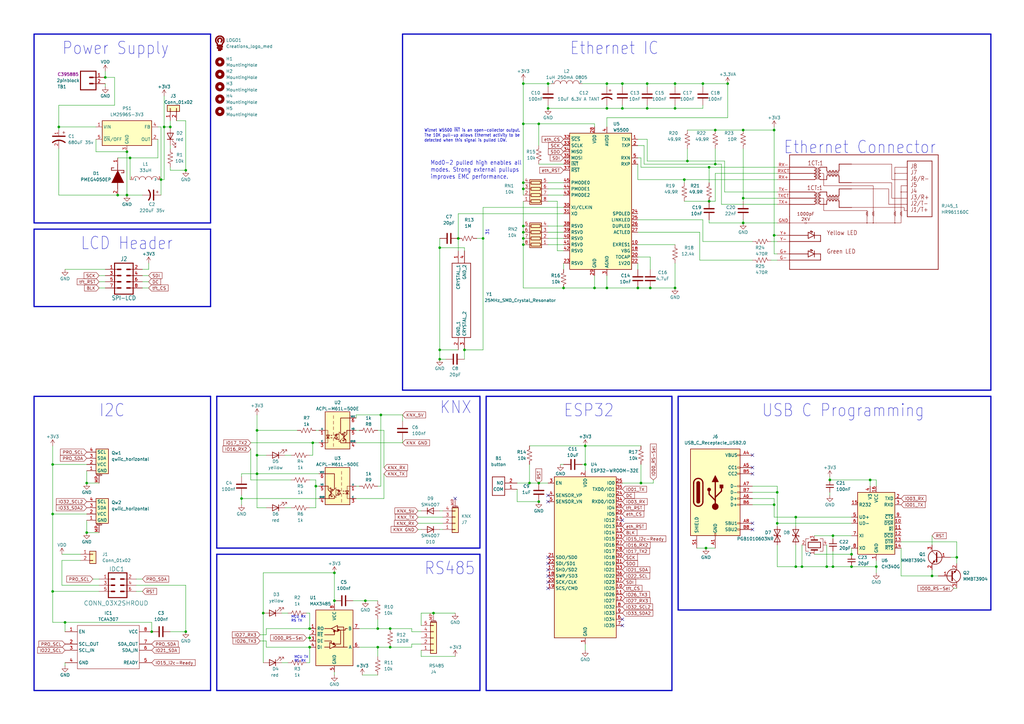
<source format=kicad_sch>
(kicad_sch (version 20230121) (generator eeschema)
  (paper "A3")
  (lib_symbols
    (symbol "Austins creations:12x12x8_inductor"
      (property "Reference" "L" (at 0 6.35 0))
      (property "Value" "12x12x8_inductor" (at 0 3.81 0))
      (symbol "12x12x8_inductor_1_1"
        (pin input line (at -6.35 0 0) (length 1.27) (name "1") (number "1"))
        (pin input line (at 6.35 0 180) (length 1.27) (name "2") (number "2"))
      )
    )
    (symbol "Austins creations:25MHz_SMD_Crystal_Resonator"
      (property "Reference" "Y" (at 0 10.16 0))
      (property "Value" "25MHz_SMD_Crystal_Resonator" (at 0 7.62 0))
      (property "part #" "C258949" (at 0 5.08 0))
      (symbol "25MHz_SMD_Crystal_Resonator_1_0"
        (pin bidirectional line (at -20.32 -1.27 0) (length 5.08) (name "CRYSTAL_1") (number "1"))
        (pin bidirectional line (at 20.32 -1.27 180) (length 5.08) (name "GND_1") (number "2"))
        (pin bidirectional line (at 20.32 1.27 180) (length 5.08) (name "CRYSTAL_2") (number "3"))
        (pin bidirectional line (at -20.32 1.27 0) (length 5.08) (name "GND_2") (number "4"))
      )
    )
    (symbol "Austins creations:2pinblock"
      (property "Reference" "ST" (at -7.62 2.54 0))
      (property "Value" "2pinblock" (at -7.62 0 0))
      (property "part #" "C192779" (at -7.62 -2.54 0))
      (symbol "2pinblock_1_0"
        (pin bidirectional line (at 7.62 -1.27 180) (length 5.08) (name "1") (number "1"))
        (pin bidirectional line (at 7.62 1.27 180) (length 5.08) (name "2") (number "2"))
      )
    )
    (symbol "Austins creations:680uF 35v"
      (property "Reference" "C" (at 0 16.51 0))
      (property "Value" "680uF 35v" (at 0 13.97 0))
      (property "part #" "C98216" (at 0 11.43 0))
      (symbol "680uF 35v_1_1"
        (pin passive line (at 0 3.81 270) (length 2.54) (name "~") (number "1"))
        (pin passive line (at 0 -3.81 90) (length 3.302) (name "~") (number "2"))
      )
    )
    (symbol "Austins creations:HR961160C" (pin_names hide)
      (property "Reference" "RJ45_" (at 0 6.35 0))
      (property "Value" "HR961160C" (at 0 3.81 0))
      (property "part #" "C55683" (at 0 1.27 0))
      (symbol "HR961160C_0_0"
        (text "1000pF" (at 6.604 -24.257 0) (effects (font (size 1.27 1.27))))
        (text "2KV" (at 6.604 -26.416 0) (effects (font (size 1.27 1.27))))
      )
      (symbol "HR961160C_1_0"
        (text "1CT:1" (at 7.112 -14.605 0) (effects (font (size 1.778 1.5113)) (justify left bottom)))
        (text "1CT:1" (at 7.366 -4.445 0) (effects (font (size 1.778 1.5113)) (justify left bottom)))
        (text "Green LED" (at 15.24 -40.64 0) (effects (font (size 1.778 1.5113)) (justify left bottom)))
        (text "J1/T+" (at 49.53 -23.495 0) (effects (font (size 1.778 1.5113)) (justify left bottom)))
        (text "J2/T-" (at 49.53 -20.955 0) (effects (font (size 1.778 1.5113)) (justify left bottom)))
        (text "J3/R+" (at 49.53 -18.415 0) (effects (font (size 1.778 1.5113)) (justify left bottom)))
        (text "J4" (at 49.53 -15.875 0) (effects (font (size 1.778 1.5113)) (justify left bottom)))
        (text "J5" (at 49.53 -13.335 0) (effects (font (size 1.778 1.5113)) (justify left bottom)))
        (text "J6/R-" (at 49.53 -10.795 0) (effects (font (size 1.778 1.5113)) (justify left bottom)))
        (text "J7" (at 49.53 -8.255 0) (effects (font (size 1.778 1.5113)) (justify left bottom)))
        (text "J8" (at 49.53 -5.715 0) (effects (font (size 1.778 1.5113)) (justify left bottom)))
        (text "Yellow LED" (at 15.24 -33.02 0) (effects (font (size 1.778 1.5113)) (justify left bottom)))
        (pin bidirectional line (at -5.08 -40.64 0) (length 5.08) (name "G+") (number "G+"))
        (pin bidirectional line (at -5.08 -43.18 0) (length 5.08) (name "G-") (number "G-"))
        (pin bidirectional line (at -5.08 -27.94 0) (length 5.08) (name "GNDF") (number "GND"))
        (pin bidirectional line (at -5.08 -10.16 0) (length 5.08) (name "RX+") (number "RX+"))
        (pin bidirectional line (at -5.08 -5.08 0) (length 5.08) (name "RX-") (number "RX-"))
        (pin bidirectional line (at -5.08 -7.62 0) (length 5.08) (name "RXCT") (number "RXCT"))
        (pin bidirectional line (at -5.08 -20.32 0) (length 5.08) (name "TX+") (number "TX+"))
        (pin bidirectional line (at -5.08 -15.24 0) (length 5.08) (name "TX-") (number "TX-"))
        (pin bidirectional line (at -5.08 -17.78 0) (length 5.08) (name "TXCT") (number "TXCT"))
        (pin bidirectional line (at -5.08 -33.02 0) (length 5.08) (name "Y+") (number "Y+"))
        (pin bidirectional line (at -5.08 -35.56 0) (length 5.08) (name "Y-") (number "Y-"))
      )
    )
    (symbol "Austins creations:LM2596S"
      (property "Reference" "PS" (at 0 8.89 0))
      (property "Value" "LM2596S" (at 0 6.35 0))
      (symbol "LM2596S_1_1"
        (pin power_in line (at -12.7 2.54 0) (length 2.54) (name "VIN") (number "1"))
        (pin output line (at 12.7 -2.54 180) (length 2.54) (name "OUT") (number "2"))
        (pin power_in line (at 0 -7.62 90) (length 2.54) (name "GND") (number "3"))
        (pin input line (at 12.7 2.54 180) (length 2.54) (name "FB") (number "4"))
        (pin input line (at -12.7 -2.54 0) (length 2.54) (name "~{ON}/OFF") (number "5"))
      )
    )
    (symbol "Austins creations:PMEG4050EP"
      (property "Reference" "D" (at 0 8.89 0))
      (property "Value" "PMEG4050EP" (at 0 6.35 0))
      (property "part #" "C96235" (at 0 3.81 0))
      (symbol "PMEG4050EP_1_0"
        (pin bidirectional line (at -7.62 0 0) (length 2.54) (name "K") (number "1"))
        (pin bidirectional line (at 7.62 0 180) (length 2.54) (name "A") (number "2"))
      )
    )
    (symbol "Austins creations:TCA4307"
      (property "Reference" "IC" (at 0 12.7 0))
      (property "Value" "TCA4307" (at 0 10.16 0))
      (symbol "TCA4307_1_0"
        (pin bidirectional line (at -17.78 6.35 0) (length 5.08) (name "EN") (number "1"))
        (pin bidirectional line (at -17.78 1.27 0) (length 5.08) (name "SCL_OUT") (number "2"))
        (pin bidirectional line (at -17.78 -1.27 0) (length 5.08) (name "SCL_IN") (number "3"))
        (pin bidirectional line (at -17.78 -6.35 0) (length 5.08) (name "GND") (number "4"))
        (pin bidirectional line (at 17.78 -6.35 180) (length 5.08) (name "READY") (number "5"))
        (pin bidirectional line (at 17.78 -1.27 180) (length 5.08) (name "SDA_IN") (number "6"))
        (pin bidirectional line (at 17.78 1.27 180) (length 5.08) (name "SDA_OUT") (number "7"))
        (pin bidirectional line (at 17.78 6.35 180) (length 5.08) (name "VCC") (number "8"))
      )
    )
    (symbol "Austins creations:button"
      (property "Reference" "B" (at 0 10.16 0))
      (property "Value" "button" (at 0 7.62 0))
      (property "part #" "C410373" (at 0 5.08 0))
      (symbol "button_1_0"
        (pin bidirectional line (at -5.08 1.27 0) (length 5.08) (name "COM") (number "1"))
        (pin bidirectional line (at -5.08 -1.27 0) (length 5.08) (name "NO") (number "2"))
      )
    )
    (symbol "Austins creations:qwiic_vertical"
      (property "Reference" "Qw" (at 0 11.43 0))
      (property "Value" "qwiic_vertical" (at 0 8.89 0))
      (property "part #" "C145961" (at 0 6.35 0))
      (symbol "qwiic_vertical_1_1"
        (text "Mounting" (at 1.27 -5.461 0) (effects (font (size 0.381 0.381))))
        (pin passive line (at -3.81 -3.81 0) (length 3.81) (name "GND") (number "1"))
        (pin passive line (at -3.81 -1.27 0) (length 3.81) (name "VCC") (number "2"))
        (pin passive line (at -3.81 1.27 0) (length 3.81) (name "SDA") (number "3"))
        (pin passive line (at -3.81 3.81 0) (length 3.81) (name "SCL") (number "4"))
        (pin passive line (at 1.27 -8.89 90) (length 3.048) (name "") (number "MP"))
      )
    )
    (symbol "Connector:USB_C_Receptacle_USB2.0" (pin_names (offset 1.016))
      (property "Reference" "J" (at -10.16 19.05 0))
      (property "Value" "USB_C_Receptacle_USB2.0" (at 19.05 19.05 0))
      (symbol "USB_C_Receptacle_USB2.0_1_1"
        (pin passive line (at 0 -22.86 90) (length 5.08) (name "GND") (number "A1"))
        (pin passive line (at 0 -22.86 90) (length 5.08) hide (name "GND") (number "A12"))
        (pin passive line (at 15.24 15.24 180) (length 5.08) (name "VBUS") (number "A4"))
        (pin bidirectional line (at 15.24 10.16 180) (length 5.08) (name "CC1") (number "A5"))
        (pin bidirectional line (at 15.24 -2.54 180) (length 5.08) (name "D+") (number "A6"))
        (pin bidirectional line (at 15.24 2.54 180) (length 5.08) (name "D-") (number "A7"))
        (pin bidirectional line (at 15.24 -12.7 180) (length 5.08) (name "SBU1") (number "A8"))
        (pin passive line (at 15.24 15.24 180) (length 5.08) hide (name "VBUS") (number "A9"))
        (pin passive line (at 0 -22.86 90) (length 5.08) hide (name "GND") (number "B1"))
        (pin passive line (at 0 -22.86 90) (length 5.08) hide (name "GND") (number "B12"))
        (pin passive line (at 15.24 15.24 180) (length 5.08) hide (name "VBUS") (number "B4"))
        (pin bidirectional line (at 15.24 7.62 180) (length 5.08) (name "CC2") (number "B5"))
        (pin bidirectional line (at 15.24 -5.08 180) (length 5.08) (name "D+") (number "B6"))
        (pin bidirectional line (at 15.24 0 180) (length 5.08) (name "D-") (number "B7"))
        (pin bidirectional line (at 15.24 -15.24 180) (length 5.08) (name "SBU2") (number "B8"))
        (pin passive line (at 15.24 15.24 180) (length 5.08) hide (name "VBUS") (number "B9"))
        (pin passive line (at -7.62 -22.86 90) (length 5.08) (name "SHIELD") (number "S1"))
      )
    )
    (symbol "Connector_Generic:Conn_01x02" (pin_names (offset 1.016) hide)
      (property "Reference" "J" (at 0 2.54 0))
      (property "Value" "Conn_01x02" (at 0 -5.08 0))
      (symbol "Conn_01x02_1_1"
        (pin passive line (at -5.08 0 0) (length 3.81) (name "Pin_1") (number "1"))
        (pin passive line (at -5.08 -2.54 0) (length 3.81) (name "Pin_2") (number "2"))
      )
    )
    (symbol "Connector_Generic_MountingPin:Conn_01x04_MountingPin" (pin_names (offset 1.016) hide)
      (property "Reference" "J" (at 0 5.08 0))
      (property "Value" "Conn_01x04_MountingPin" (at 1.27 -7.62 0))
      (symbol "Conn_01x04_MountingPin_1_1"
        (text "Mounting" (at 0 -6.731 0) (effects (font (size 0.381 0.381))))
        (pin passive line (at -5.08 2.54 0) (length 3.81) (name "Pin_1") (number "1"))
        (pin passive line (at -5.08 0 0) (length 3.81) (name "Pin_2") (number "2"))
        (pin passive line (at -5.08 -2.54 0) (length 3.81) (name "Pin_3") (number "3"))
        (pin passive line (at -5.08 -5.08 0) (length 3.81) (name "Pin_4") (number "4"))
        (pin passive line (at 0 -10.16 90) (length 3.048) (name "MountPin") (number "MP"))
      )
    )
    (symbol "Connector_Generic_MountingPin:Conn_01x05_MountingPin" (pin_names (offset 1.016) hide)
      (property "Reference" "J" (at 0 7.62 0))
      (property "Value" "Conn_01x05_MountingPin" (at 1.27 -7.62 0))
      (symbol "Conn_01x05_MountingPin_1_1"
        (text "Mounting" (at 0 -6.731 0) (effects (font (size 0.381 0.381))))
        (pin passive line (at -5.08 5.08 0) (length 3.81) (name "Pin_1") (number "1"))
        (pin passive line (at -5.08 2.54 0) (length 3.81) (name "Pin_2") (number "2"))
        (pin passive line (at -5.08 0 0) (length 3.81) (name "Pin_3") (number "3"))
        (pin passive line (at -5.08 -2.54 0) (length 3.81) (name "Pin_4") (number "4"))
        (pin passive line (at -5.08 -5.08 0) (length 3.81) (name "Pin_5") (number "5"))
        (pin passive line (at 0 -10.16 90) (length 3.048) (name "MountPin") (number "MP"))
      )
    )
    (symbol "Device:C" (pin_numbers hide) (pin_names (offset 0.254))
      (property "Reference" "C" (at 0.635 2.54 0))
      (property "Value" "C" (at 0.635 -2.54 0))
      (symbol "C_1_1"
        (pin passive line (at 0 3.81 270) (length 2.794) (name "~") (number "1"))
        (pin passive line (at 0 -3.81 90) (length 2.794) (name "~") (number "2"))
      )
    )
    (symbol "Device:C_Polarized_US" (pin_numbers hide) (pin_names (offset 0.254) hide)
      (property "Reference" "C" (at 0.635 2.54 0))
      (property "Value" "C_Polarized_US" (at 0.635 -2.54 0))
      (symbol "C_Polarized_US_1_1"
        (pin passive line (at 0 3.81 270) (length 2.794) (name "~") (number "1"))
        (pin passive line (at 0 -3.81 90) (length 3.302) (name "~") (number "2"))
      )
    )
    (symbol "Device:C_Small" (pin_numbers hide) (pin_names (offset 0.254) hide)
      (property "Reference" "C" (at 0.254 1.778 0))
      (property "Value" "C_Small" (at 0.254 -2.032 0))
      (symbol "C_Small_1_1"
        (pin passive line (at 0 2.54 270) (length 2.032) (name "~") (number "1"))
        (pin passive line (at 0 -2.54 90) (length 2.032) (name "~") (number "2"))
      )
    )
    (symbol "Device:Crystal_GND24" (pin_names (offset 1.016) hide)
      (property "Reference" "Y" (at 3.175 5.08 0))
      (property "Value" "Crystal_GND24" (at 3.175 3.175 0))
      (symbol "Crystal_GND24_1_1"
        (pin passive line (at -3.81 0 0) (length 1.27) (name "1") (number "1"))
        (pin passive line (at 0 5.08 270) (length 1.27) (name "2") (number "2"))
        (pin passive line (at 3.81 0 180) (length 1.27) (name "3") (number "3"))
        (pin passive line (at 0 -5.08 90) (length 1.27) (name "4") (number "4"))
      )
    )
    (symbol "Device:D_TVS" (pin_numbers hide) (pin_names (offset 1.016) hide)
      (property "Reference" "D" (at 0 2.54 0))
      (property "Value" "D_TVS" (at 0 -2.54 0))
      (symbol "D_TVS_1_1"
        (pin passive line (at -3.81 0 0) (length 2.54) (name "A1") (number "1"))
        (pin passive line (at 3.81 0 180) (length 2.54) (name "A2") (number "2"))
      )
    )
    (symbol "Device:LED" (pin_numbers hide) (pin_names (offset 1.016) hide)
      (property "Reference" "D" (at 0 2.54 0))
      (property "Value" "LED" (at 0 -2.54 0))
      (symbol "LED_1_1"
        (pin passive line (at -3.81 0 0) (length 2.54) (name "K") (number "1"))
        (pin passive line (at 3.81 0 180) (length 2.54) (name "A") (number "2"))
      )
    )
    (symbol "Device:R_Pack04" (pin_names (offset 0) hide)
      (property "Reference" "RN" (at -7.62 0 90))
      (property "Value" "R_Pack04" (at 5.08 0 90))
      (symbol "R_Pack04_1_1"
        (pin passive line (at -5.08 -5.08 90) (length 2.54) (name "R1.1") (number "1"))
        (pin passive line (at -2.54 -5.08 90) (length 2.54) (name "R2.1") (number "2"))
        (pin passive line (at 0 -5.08 90) (length 2.54) (name "R3.1") (number "3"))
        (pin passive line (at 2.54 -5.08 90) (length 2.54) (name "R4.1") (number "4"))
        (pin passive line (at 2.54 5.08 270) (length 2.54) (name "R4.2") (number "5"))
        (pin passive line (at 0 5.08 270) (length 2.54) (name "R3.2") (number "6"))
        (pin passive line (at -2.54 5.08 270) (length 2.54) (name "R2.2") (number "7"))
        (pin passive line (at -5.08 5.08 270) (length 2.54) (name "R1.2") (number "8"))
      )
    )
    (symbol "Device:R_US" (pin_numbers hide) (pin_names (offset 0))
      (property "Reference" "R" (at 2.54 0 90))
      (property "Value" "R_US" (at -2.54 0 90))
      (symbol "R_US_1_1"
        (pin passive line (at 0 3.81 270) (length 1.27) (name "~") (number "1"))
        (pin passive line (at 0 -3.81 90) (length 1.27) (name "~") (number "2"))
      )
    )
    (symbol "Diode:SM4007" (pin_numbers hide) (pin_names (offset 1.016) hide)
      (property "Reference" "D" (at 0 2.54 0))
      (property "Value" "SM4007" (at 0 -2.54 0))
      (symbol "SM4007_1_1"
        (pin passive line (at -3.81 0 0) (length 2.54) (name "K") (number "1"))
        (pin passive line (at 3.81 0 180) (length 2.54) (name "A") (number "2"))
      )
    )
    (symbol "HCPL-061A_3" (pin_names (offset 0))
      (property "Reference" "U5" (at 0 11.43 0))
      (property "Value" "ACPL-M61L-500E" (at 0 8.89 0))
      (symbol "HCPL-061A_3_1_1"
        (pin passive line (at -7.62 0 0) (length 2.54) (name "A") (number "1"))
        (pin passive line (at -7.62 -5.08 0) (length 2.54) (name "C") (number "3"))
        (pin power_in line (at 7.62 -5.08 180) (length 2.54) (name "GND") (number "4"))
        (pin open_collector line (at 7.62 0 180) (length 2.54) (name "VO") (number "5"))
        (pin power_in line (at 7.62 5.08 180) (length 2.54) (name "VCC") (number "6"))
      )
    )
    (symbol "Interface_Ethernet:W5500"
      (property "Reference" "U" (at -11.43 29.21 0))
      (property "Value" "W5500" (at 8.89 29.21 0))
      (symbol "W5500_1_1"
        (pin output line (at 15.24 25.4 180) (length 2.54) (name "TXN") (number "1"))
        (pin passive line (at 15.24 -17.78 180) (length 2.54) (name "EXRES1") (number "10"))
        (pin passive line (at 2.54 30.48 270) (length 2.54) hide (name "AVDD") (number "11"))
        (pin no_connect line (at 12.7 7.62 180) (length 2.54) hide (name "NC") (number "12"))
        (pin no_connect line (at 12.7 5.08 180) (length 2.54) hide (name "NC") (number "13"))
        (pin passive line (at 2.54 -30.48 90) (length 2.54) hide (name "AGND") (number "14"))
        (pin passive line (at 2.54 30.48 270) (length 2.54) hide (name "AVDD") (number "15"))
        (pin passive line (at 2.54 -30.48 90) (length 2.54) hide (name "AGND") (number "16"))
        (pin passive line (at 2.54 30.48 270) (length 2.54) hide (name "AVDD") (number "17"))
        (pin passive line (at 15.24 -20.32 180) (length 2.54) (name "VBG") (number "18"))
        (pin passive line (at 2.54 -30.48 90) (length 2.54) hide (name "AGND") (number "19"))
        (pin output line (at 15.24 22.86 180) (length 2.54) (name "TXP") (number "2"))
        (pin passive line (at 15.24 -22.86 180) (length 2.54) (name "TOCAP") (number "20"))
        (pin passive line (at 2.54 30.48 270) (length 2.54) hide (name "AVDD") (number "21"))
        (pin output line (at 15.24 -25.4 180) (length 2.54) (name "1V2O") (number "22"))
        (pin input line (at -15.24 -25.4 0) (length 2.54) (name "RSVD") (number "23"))
        (pin output line (at 15.24 -5.08 180) (length 2.54) (name "SPDLED") (number "24"))
        (pin output line (at 15.24 -7.62 180) (length 2.54) (name "LINKLED") (number "25"))
        (pin output line (at 15.24 -10.16 180) (length 2.54) (name "DUPLED") (number "26"))
        (pin output line (at 15.24 -12.7 180) (length 2.54) (name "ACTLED") (number "27"))
        (pin power_in line (at -2.54 30.48 270) (length 2.54) (name "VDD") (number "28"))
        (pin power_in line (at -2.54 -30.48 90) (length 2.54) (name "GND") (number "29"))
        (pin power_in line (at 2.54 -30.48 90) (length 2.54) (name "AGND") (number "3"))
        (pin input line (at -15.24 -2.54 0) (length 2.54) (name "XI/CLKIN") (number "30"))
        (pin output line (at -15.24 -5.08 0) (length 2.54) (name "XO") (number "31"))
        (pin input line (at -15.24 25.4 0) (length 2.54) (name "~{SCS}") (number "32"))
        (pin input line (at -15.24 22.86 0) (length 2.54) (name "SCLK") (number "33"))
        (pin output line (at -15.24 20.32 0) (length 2.54) (name "MISO") (number "34"))
        (pin input line (at -15.24 17.78 0) (length 2.54) (name "MOSI") (number "35"))
        (pin input line (at -15.24 15.24 0) (length 2.54) (name "~{INT}") (number "36"))
        (pin input line (at -15.24 12.7 0) (length 2.54) (name "~{RST}") (number "37"))
        (pin input line (at -15.24 -10.16 0) (length 2.54) (name "RSVD") (number "38"))
        (pin input line (at -15.24 -12.7 0) (length 2.54) (name "RSVD") (number "39"))
        (pin power_in line (at 2.54 30.48 270) (length 2.54) (name "AVDD") (number "4"))
        (pin input line (at -15.24 -15.24 0) (length 2.54) (name "RSVD") (number "40"))
        (pin input line (at -15.24 -17.78 0) (length 2.54) (name "RSVD") (number "41"))
        (pin input line (at -15.24 -20.32 0) (length 2.54) (name "RSVD") (number "42"))
        (pin input line (at -15.24 2.54 0) (length 2.54) (name "PMODE2") (number "43"))
        (pin input line (at -15.24 5.08 0) (length 2.54) (name "PMODE1") (number "44"))
        (pin input line (at -15.24 7.62 0) (length 2.54) (name "PMODE0") (number "45"))
        (pin no_connect line (at 12.7 2.54 180) (length 2.54) hide (name "NC") (number "46"))
        (pin no_connect line (at 12.7 0 180) (length 2.54) hide (name "NC") (number "47"))
        (pin passive line (at 2.54 -30.48 90) (length 2.54) hide (name "AGND") (number "48"))
        (pin input line (at 15.24 17.78 180) (length 2.54) (name "RXN") (number "5"))
        (pin input line (at 15.24 15.24 180) (length 2.54) (name "RXP") (number "6"))
        (pin no_connect line (at 12.7 10.16 180) (length 2.54) hide (name "DNC") (number "7"))
        (pin passive line (at 2.54 30.48 270) (length 2.54) hide (name "AVDD") (number "8"))
        (pin passive line (at 2.54 -30.48 90) (length 2.54) hide (name "AGND") (number "9"))
      )
    )
    (symbol "Interface_UART:MAX3485"
      (property "Reference" "U" (at -6.096 11.43 0))
      (property "Value" "MAX3485" (at 0.762 11.43 0))
      (symbol "MAX3485_1_1"
        (pin output line (at -10.16 2.54 0) (length 2.54) (name "RO") (number "1"))
        (pin input line (at -10.16 0 0) (length 2.54) (name "~{RE}") (number "2"))
        (pin input line (at -10.16 -2.54 0) (length 2.54) (name "DE") (number "3"))
        (pin input line (at -10.16 -5.08 0) (length 2.54) (name "DI") (number "4"))
        (pin power_in line (at 0 -15.24 90) (length 2.54) (name "GND") (number "5"))
        (pin bidirectional line (at 10.16 -5.08 180) (length 2.54) (name "A") (number "6"))
        (pin bidirectional line (at 10.16 2.54 180) (length 2.54) (name "B") (number "7"))
        (pin power_in line (at 0 12.7 270) (length 2.54) (name "VCC") (number "8"))
      )
    )
    (symbol "Interface_USB:CH340G"
      (property "Reference" "U" (at -5.08 13.97 0))
      (property "Value" "CH340G" (at 1.27 13.97 0))
      (symbol "CH340G_1_1"
        (pin power_in line (at 0 -15.24 90) (length 2.54) (name "GND") (number "1"))
        (pin input line (at 10.16 0 180) (length 2.54) (name "~{DSR}") (number "10"))
        (pin input line (at 10.16 -2.54 180) (length 2.54) (name "~{RI}") (number "11"))
        (pin input line (at 10.16 -5.08 180) (length 2.54) (name "~{DCD}") (number "12"))
        (pin output line (at 10.16 -7.62 180) (length 2.54) (name "~{DTR}") (number "13"))
        (pin output line (at 10.16 -10.16 180) (length 2.54) (name "~{RTS}") (number "14"))
        (pin input line (at -10.16 7.62 0) (length 2.54) (name "R232") (number "15"))
        (pin power_in line (at 0 15.24 270) (length 2.54) (name "VCC") (number "16"))
        (pin output line (at 10.16 10.16 180) (length 2.54) (name "TXD") (number "2"))
        (pin input line (at 10.16 7.62 180) (length 2.54) (name "RXD") (number "3"))
        (pin passive line (at -2.54 15.24 270) (length 2.54) (name "V3") (number "4"))
        (pin bidirectional line (at -10.16 2.54 0) (length 2.54) (name "UD+") (number "5"))
        (pin bidirectional line (at -10.16 0 0) (length 2.54) (name "UD-") (number "6"))
        (pin input line (at -10.16 -5.08 0) (length 2.54) (name "XI") (number "7"))
        (pin output line (at -10.16 -10.16 0) (length 2.54) (name "XO") (number "8"))
        (pin input line (at 10.16 2.54 180) (length 2.54) (name "~{CTS}") (number "9"))
      )
    )
    (symbol "Mechanical:MountingHole" (pin_names (offset 1.016))
      (property "Reference" "H" (at 0 5.08 0))
      (property "Value" "MountingHole" (at 0 3.175 0))
    )
    (symbol "RACK32-lite v2-eagle-import:CONN_03X2SHROUD"
      (property "Reference" "J" (at -3.556 5.588 0))
      (property "Value" "CONN_03X2SHROUD" (at -3.302 -5.842 0))
      (symbol "CONN_03X2SHROUD_1_0"
        (pin bidirectional line (at -7.62 2.54 0) (length 5.08) (name "1") (number "1"))
        (pin bidirectional line (at 7.62 2.54 180) (length 5.08) (name "2") (number "2"))
        (pin bidirectional line (at -7.62 0 0) (length 5.08) (name "3") (number "3"))
        (pin bidirectional line (at 7.62 0 180) (length 5.08) (name "4") (number "4"))
        (pin bidirectional line (at -7.62 -2.54 0) (length 5.08) (name "5") (number "5"))
        (pin bidirectional line (at 7.62 -2.54 180) (length 5.08) (name "6") (number "6"))
      )
    )
    (symbol "RACK32-lite v2-eagle-import:CONN_04X2-SHROUD"
      (property "Reference" "J" (at 0 3.302 0))
      (property "Value" "CONN_04X2-SHROUD" (at 0 -12.7 0))
      (symbol "CONN_04X2-SHROUD_1_0"
        (pin passive line (at -7.62 0 0) (length 5.08) (name "1") (number "1"))
        (pin passive line (at 7.62 0 180) (length 5.08) (name "2") (number "2"))
        (pin passive line (at -7.62 -2.54 0) (length 5.08) (name "3") (number "3"))
        (pin passive line (at 7.62 -2.54 180) (length 5.08) (name "4") (number "4"))
        (pin passive line (at -7.62 -5.08 0) (length 5.08) (name "5") (number "5"))
        (pin passive line (at 7.62 -5.08 180) (length 5.08) (name "6") (number "6"))
        (pin passive line (at -7.62 -7.62 0) (length 5.08) (name "7") (number "7"))
        (pin passive line (at 7.62 -7.62 180) (length 5.08) (name "8") (number "8"))
      )
    )
    (symbol "RF_Module:ESP32-WROOM-32D"
      (property "Reference" "U" (at -12.7 34.29 0))
      (property "Value" "ESP32-WROOM-32D" (at 1.27 34.29 0))
      (symbol "ESP32-WROOM-32D_1_1"
        (pin power_in line (at 0 -35.56 90) (length 2.54) (name "GND") (number "1"))
        (pin bidirectional line (at 15.24 -12.7 180) (length 2.54) (name "IO25") (number "10"))
        (pin bidirectional line (at 15.24 -15.24 180) (length 2.54) (name "IO26") (number "11"))
        (pin bidirectional line (at 15.24 -17.78 180) (length 2.54) (name "IO27") (number "12"))
        (pin bidirectional line (at 15.24 10.16 180) (length 2.54) (name "IO14") (number "13"))
        (pin bidirectional line (at 15.24 15.24 180) (length 2.54) (name "IO12") (number "14"))
        (pin passive line (at 0 -35.56 90) (length 2.54) hide (name "GND") (number "15"))
        (pin bidirectional line (at 15.24 12.7 180) (length 2.54) (name "IO13") (number "16"))
        (pin bidirectional line (at -15.24 -5.08 0) (length 2.54) (name "SHD/SD2") (number "17"))
        (pin bidirectional line (at -15.24 -7.62 0) (length 2.54) (name "SWP/SD3") (number "18"))
        (pin bidirectional line (at -15.24 -12.7 0) (length 2.54) (name "SCS/CMD") (number "19"))
        (pin power_in line (at 0 35.56 270) (length 2.54) (name "VDD") (number "2"))
        (pin bidirectional line (at -15.24 -10.16 0) (length 2.54) (name "SCK/CLK") (number "20"))
        (pin bidirectional line (at -15.24 0 0) (length 2.54) (name "SDO/SD0") (number "21"))
        (pin bidirectional line (at -15.24 -2.54 0) (length 2.54) (name "SDI/SD1") (number "22"))
        (pin bidirectional line (at 15.24 7.62 180) (length 2.54) (name "IO15") (number "23"))
        (pin bidirectional line (at 15.24 25.4 180) (length 2.54) (name "IO2") (number "24"))
        (pin bidirectional line (at 15.24 30.48 180) (length 2.54) (name "IO0") (number "25"))
        (pin bidirectional line (at 15.24 20.32 180) (length 2.54) (name "IO4") (number "26"))
        (pin bidirectional line (at 15.24 5.08 180) (length 2.54) (name "IO16") (number "27"))
        (pin bidirectional line (at 15.24 2.54 180) (length 2.54) (name "IO17") (number "28"))
        (pin bidirectional line (at 15.24 17.78 180) (length 2.54) (name "IO5") (number "29"))
        (pin input line (at -15.24 30.48 0) (length 2.54) (name "EN") (number "3"))
        (pin bidirectional line (at 15.24 0 180) (length 2.54) (name "IO18") (number "30"))
        (pin bidirectional line (at 15.24 -2.54 180) (length 2.54) (name "IO19") (number "31"))
        (pin no_connect line (at -12.7 -27.94 0) (length 2.54) hide (name "NC") (number "32"))
        (pin bidirectional line (at 15.24 -5.08 180) (length 2.54) (name "IO21") (number "33"))
        (pin bidirectional line (at 15.24 22.86 180) (length 2.54) (name "RXD0/IO3") (number "34"))
        (pin bidirectional line (at 15.24 27.94 180) (length 2.54) (name "TXD0/IO1") (number "35"))
        (pin bidirectional line (at 15.24 -7.62 180) (length 2.54) (name "IO22") (number "36"))
        (pin bidirectional line (at 15.24 -10.16 180) (length 2.54) (name "IO23") (number "37"))
        (pin passive line (at 0 -35.56 90) (length 2.54) hide (name "GND") (number "38"))
        (pin passive line (at 0 -35.56 90) (length 2.54) hide (name "GND") (number "39"))
        (pin input line (at -15.24 25.4 0) (length 2.54) (name "SENSOR_VP") (number "4"))
        (pin input line (at -15.24 22.86 0) (length 2.54) (name "SENSOR_VN") (number "5"))
        (pin input line (at 15.24 -25.4 180) (length 2.54) (name "IO34") (number "6"))
        (pin input line (at 15.24 -27.94 180) (length 2.54) (name "IO35") (number "7"))
        (pin bidirectional line (at 15.24 -20.32 180) (length 2.54) (name "IO32") (number "8"))
        (pin bidirectional line (at 15.24 -22.86 180) (length 2.54) (name "IO33") (number "9"))
      )
    )
    (symbol "Transistor_BJT:MMBT3904" (pin_names (offset 0) hide)
      (property "Reference" "Q" (at 5.08 1.905 0))
      (property "Value" "MMBT3904" (at 5.08 0 0))
      (symbol "MMBT3904_1_1"
        (pin input line (at -5.08 0 0) (length 5.715) (name "B") (number "1"))
        (pin passive line (at 2.54 -5.08 90) (length 2.54) (name "E") (number "2"))
        (pin passive line (at 2.54 5.08 270) (length 2.54) (name "C") (number "3"))
      )
    )
    (symbol "logos:Creations_logo_med"
      (property "Reference" "LOGO" (at 0 6.35 0))
      (property "Value" "Creations_logo_med" (at 0 3.81 0))
    )
    (symbol "power:+3.3V" (power) (pin_names (offset 0))
      (property "Value" "+3.3V" (at 0 3.556 0))
      (symbol "+3.3V_1_1"
        (pin power_in line (at 0 0 90) (length 0) hide (name "+3V3") (number "1"))
      )
    )
    (symbol "power:+3.3VA" (power) (pin_names (offset 0))
      (property "Value" "+3.3VA" (at 0 3.556 0))
      (symbol "+3.3VA_1_1"
        (pin power_in line (at 0 0 90) (length 0) hide (name "+3.3VA") (number "1"))
      )
    )
    (symbol "power:GND" (power) (pin_names (offset 0))
      (property "Value" "GND" (at 0 -3.81 0))
      (symbol "GND_1_1"
        (pin power_in line (at 0 0 270) (length 0) hide (name "GND") (number "1"))
      )
    )
    (symbol "power:VDD" (power) (pin_names (offset 0))
      (property "Value" "VDD" (at 0 3.81 0))
      (symbol "VDD_1_1"
        (pin power_in line (at 0 0 90) (length 0) hide (name "VDD") (number "1"))
      )
    )
    (symbol "pspice:INDUCTOR" (pin_numbers hide) (pin_names (offset 0))
      (property "Reference" "L" (at 0 2.54 0))
      (property "Value" "INDUCTOR" (at 0 -1.27 0))
      (symbol "INDUCTOR_1_1"
        (pin input line (at -6.35 0 0) (length 1.27) (name "1") (number "1"))
        (pin input line (at 6.35 0 180) (length 1.27) (name "2") (number "2"))
      )
    )
  )
  (junction (at 156.21 170.18))
  (junction (at 220.98 198.12))
  (junction (at 154.94 265.43))
  (junction (at 304.8 91.44))
  (junction (at 339.09 232.41))
  (junction (at 262.89 198.12))
  (junction (at 66.04 73.66))
  (junction (at 190.5 143.51))
  (junction (at 128.27 181.61))
  (junction (at 243.84 118.11))
  (junction (at 127 257.81))
  (junction (at 340.36 196.85))
  (junction (at 326.39 212.09))
  (junction (at 129.54 199.39))
  (junction (at 105.41 186.69))
  (junction (at 21.59 210.82))
  (junction (at 317.5 207.01))
  (junction (at 293.37 67.31))
  (junction (at 349.25 227.33))
  (junction (at 298.45 34.29))
  (junction (at 214.63 50.8))
  (junction (at 240.03 182.88))
  (junction (at 231.14 118.11))
  (junction (at 382.27 236.22))
  (junction (at 52.07 80.01))
  (junction (at 21.59 190.5))
  (junction (at 240.03 190.5))
  (junction (at 35.56 198.12))
  (junction (at 76.2 69.85))
  (junction (at 318.77 201.93))
  (junction (at 160.02 265.43))
  (junction (at 255.27 34.29))
  (junction (at 99.06 204.47))
  (junction (at 76.2 259.08))
  (junction (at 359.41 232.41))
  (junction (at 276.86 34.29))
  (junction (at 265.43 34.29))
  (junction (at 392.43 228.6))
  (junction (at 289.56 224.79))
  (junction (at 281.94 66.04))
  (junction (at 214.63 34.29))
  (junction (at 248.92 34.29))
  (junction (at 62.23 259.08))
  (junction (at 248.92 44.45))
  (junction (at 328.93 232.41))
  (junction (at 105.41 194.31))
  (junction (at 280.67 73.66))
  (junction (at 214.63 100.33))
  (junction (at 26.67 255.27))
  (junction (at 214.63 92.71))
  (junction (at 261.62 118.11))
  (junction (at 127 261.62))
  (junction (at 224.79 44.45))
  (junction (at 341.63 219.71))
  (junction (at 24.13 52.07))
  (junction (at 214.63 77.47))
  (junction (at 137.16 246.38))
  (junction (at 43.18 31.75))
  (junction (at 105.41 176.53))
  (junction (at 255.27 44.45))
  (junction (at 154.94 257.81))
  (junction (at 107.95 251.46))
  (junction (at 180.34 147.32))
  (junction (at 288.29 34.29))
  (junction (at 220.98 50.8))
  (junction (at 187.96 97.79))
  (junction (at 341.63 232.41))
  (junction (at 276.86 118.11))
  (junction (at 317.5 96.52))
  (junction (at 214.63 97.79))
  (junction (at 137.16 234.95))
  (junction (at 52.07 62.23))
  (junction (at 214.63 74.93))
  (junction (at 276.86 44.45))
  (junction (at 217.17 198.12))
  (junction (at 180.34 101.6))
  (junction (at 69.85 52.07))
  (junction (at 21.59 242.57))
  (junction (at 248.92 118.11))
  (junction (at 317.5 53.34))
  (junction (at 53.34 64.77))
  (junction (at 198.12 97.79))
  (junction (at 149.86 246.38))
  (junction (at 266.7 118.11))
  (junction (at 304.8 53.34))
  (junction (at 304.8 81.28))
  (junction (at 180.34 143.51))
  (junction (at 177.8 251.46))
  (junction (at 349.25 232.41))
  (junction (at 48.26 80.01))
  (junction (at 224.79 34.29))
  (junction (at 160.02 257.81))
  (junction (at 293.37 53.34))
  (junction (at 290.83 82.55))
  (junction (at 220.98 205.74))
  (junction (at 290.83 68.58))
  (junction (at 356.87 196.85))
  (junction (at 214.63 95.25))
  (junction (at 127 265.43))
  (junction (at 67.31 52.07))
  (junction (at 35.56 218.44))
  (junction (at 318.77 214.63))
  (junction (at 326.39 232.41))
  (junction (at 265.43 44.45))
  (no_connect (at 308.61 214.63))
  (no_connect (at 308.61 217.17))
  (no_connect (at 308.61 186.69))
  (no_connect (at 308.61 191.77))
  (no_connect (at 308.61 194.31))
  (no_connect (at 224.79 203.2))
  (no_connect (at 224.79 205.74))
  (no_connect (at 224.79 236.22))
  (no_connect (at 224.79 238.76))
  (no_connect (at 224.79 241.3))
  (no_connect (at 255.27 254))
  (no_connect (at 255.27 256.54))
  (no_connect (at 255.27 213.36))
  (no_connect (at 224.79 228.6))
  (no_connect (at 224.79 231.14))
  (no_connect (at 224.79 233.68))
  (no_connect (at 186.69 204.47))
  (wire (pts (xy 146.05 170.18) (xy 146.05 171.45)))
  (wire (pts (xy 190.5 101.6) (xy 190.5 102.87)))
  (wire (pts (xy 326.39 212.09) (xy 349.25 212.09)))
  (wire (pts (xy 182.88 147.32) (xy 180.34 147.32)))
  (wire (pts (xy 276.86 35.56) (xy 276.86 34.29)))
  (wire (pts (xy 67.31 39.37) (xy 67.31 52.07)))
  (wire (pts (xy 39.37 52.07) (xy 24.13 52.07)))
  (wire (pts (xy 288.29 35.56) (xy 288.29 34.29)))
  (wire (pts (xy 382.27 236.22) (xy 384.81 236.22)))
  (wire (pts (xy 64.77 52.07) (xy 66.04 52.07)))
  (wire (pts (xy 102.87 184.15) (xy 102.87 196.85)))
  (wire (pts (xy 265.43 43.18) (xy 265.43 44.45)))
  (polyline (pts (xy 406.4 160.02) (xy 406.4 13.97)) (stroke (width 0.5)))
  (wire (pts (xy 297.18 66.04) (xy 281.94 66.04)))
  (wire (pts (xy 318.77 214.63) (xy 318.77 215.9)))
  (wire (pts (xy 58.42 110.49) (xy 60.96 110.49)))
  (polyline (pts (xy 88.9 227.33) (xy 88.9 283.21)) (stroke (width 0.5)))
  (wire (pts (xy 288.29 34.29) (xy 276.86 34.29)))
  (wire (pts (xy 72.39 49.53) (xy 76.2 49.53)))
  (polyline (pts (xy 196.85 224.79) (xy 196.85 162.56)) (stroke (width 0.5)))
  (wire (pts (xy 214.63 92.71) (xy 214.63 95.25)))
  (wire (pts (xy 340.36 201.93) (xy 340.36 203.2)))
  (polyline (pts (xy 278.13 250.19) (xy 406.4 250.19)) (stroke (width 0.5)))
  (wire (pts (xy 154.94 269.24) (xy 154.94 265.43)))
  (polyline (pts (xy 196.85 283.21) (xy 196.85 227.33)) (stroke (width 0.5)))
  (polyline (pts (xy 275.59 162.56) (xy 275.59 283.21)) (stroke (width 0.5)))
  (wire (pts (xy 318.77 232.41) (xy 326.39 232.41)))
  (wire (pts (xy 106.68 262.89) (xy 109.22 262.89)))
  (wire (pts (xy 317.5 104.14) (xy 317.5 96.52)))
  (wire (pts (xy 248.92 44.45) (xy 248.92 43.18)))
  (wire (pts (xy 262.89 198.12) (xy 255.27 198.12)))
  (polyline (pts (xy 86.36 91.44) (xy 86.36 13.97)) (stroke (width 0.5)))
  (wire (pts (xy 146.05 170.18) (xy 156.21 170.18)))
  (wire (pts (xy 339.09 232.41) (xy 341.63 232.41)))
  (wire (pts (xy 304.8 91.44) (xy 290.83 91.44)))
  (wire (pts (xy 231.14 85.09) (xy 198.12 85.09)))
  (wire (pts (xy 298.45 34.29) (xy 288.29 34.29)))
  (wire (pts (xy 265.43 34.29) (xy 255.27 34.29)))
  (polyline (pts (xy 165.1 13.97) (xy 165.1 160.02)) (stroke (width 0.5)))
  (wire (pts (xy 261.62 95.25) (xy 287.02 95.25)))
  (wire (pts (xy 171.45 212.09) (xy 181.61 212.09)))
  (wire (pts (xy 261.62 118.11) (xy 266.7 118.11)))
  (wire (pts (xy 168.91 259.08) (xy 168.91 257.81)))
  (polyline (pts (xy 88.9 283.21) (xy 196.85 283.21)) (stroke (width 0.5)))
  (wire (pts (xy 137.16 234.95) (xy 137.16 246.38)))
  (polyline (pts (xy 13.97 13.97) (xy 86.36 13.97)) (stroke (width 0.5)))
  (wire (pts (xy 304.8 53.34) (xy 317.5 53.34)))
  (wire (pts (xy 356.87 196.85) (xy 340.36 196.85)))
  (wire (pts (xy 316.23 99.06) (xy 318.77 99.06)))
  (wire (pts (xy 180.34 101.6) (xy 180.34 143.51)))
  (wire (pts (xy 137.16 234.95) (xy 107.95 234.95)))
  (wire (pts (xy 125.73 271.78) (xy 127 271.78)))
  (wire (pts (xy 280.67 73.66) (xy 280.67 74.93)))
  (wire (pts (xy 317.5 52.07) (xy 317.5 53.34)))
  (wire (pts (xy 172.72 251.46) (xy 177.8 251.46)))
  (wire (pts (xy 40.64 242.57) (xy 21.59 242.57)))
  (wire (pts (xy 240.03 182.88) (xy 262.89 182.88)))
  (wire (pts (xy 76.2 69.85) (xy 69.85 69.85)))
  (wire (pts (xy 217.17 190.5) (xy 217.17 198.12)))
  (wire (pts (xy 58.42 115.57) (xy 60.96 115.57)))
  (polyline (pts (xy 165.1 160.02) (xy 406.4 160.02)) (stroke (width 0.5)))
  (wire (pts (xy 26.67 255.27) (xy 26.67 259.08)))
  (wire (pts (xy 261.62 100.33) (xy 276.86 100.33)))
  (wire (pts (xy 231.14 107.95) (xy 231.14 110.49)))
  (wire (pts (xy 69.85 49.53) (xy 69.85 52.07)))
  (wire (pts (xy 326.39 232.41) (xy 328.93 232.41)))
  (wire (pts (xy 280.67 73.66) (xy 318.77 73.66)))
  (polyline (pts (xy 88.9 162.56) (xy 88.9 224.79)) (stroke (width 0.5)))
  (wire (pts (xy 21.59 182.88) (xy 21.59 190.5)))
  (wire (pts (xy 214.63 34.29) (xy 214.63 50.8)))
  (wire (pts (xy 389.89 228.6) (xy 392.43 228.6)))
  (wire (pts (xy 318.77 214.63) (xy 318.77 201.93)))
  (wire (pts (xy 261.62 73.66) (xy 280.67 73.66)))
  (wire (pts (xy 127 271.78) (xy 127 265.43)))
  (wire (pts (xy 127 251.46) (xy 127 257.81)))
  (wire (pts (xy 349.25 214.63) (xy 318.77 214.63)))
  (wire (pts (xy 392.43 228.6) (xy 392.43 231.14)))
  (wire (pts (xy 349.25 232.41) (xy 359.41 232.41)))
  (wire (pts (xy 220.98 198.12) (xy 224.79 198.12)))
  (wire (pts (xy 217.17 182.88) (xy 240.03 182.88)))
  (wire (pts (xy 43.18 118.11) (xy 40.64 118.11)))
  (wire (pts (xy 266.7 105.41) (xy 266.7 110.49)))
  (wire (pts (xy 304.8 81.28) (xy 318.77 81.28)))
  (wire (pts (xy 125.73 261.62) (xy 127 261.62)))
  (wire (pts (xy 212.09 205.74) (xy 220.98 205.74)))
  (wire (pts (xy 262.89 198.12) (xy 267.97 198.12)))
  (wire (pts (xy 107.95 234.95) (xy 107.95 251.46)))
  (wire (pts (xy 261.62 118.11) (xy 248.92 118.11)))
  (wire (pts (xy 214.63 82.55) (xy 214.63 92.71)))
  (wire (pts (xy 24.13 80.01) (xy 48.26 80.01)))
  (wire (pts (xy 238.76 190.5) (xy 240.03 190.5)))
  (wire (pts (xy 128.27 186.69) (xy 127 186.69)))
  (wire (pts (xy 317.5 96.52) (xy 318.77 96.52)))
  (wire (pts (xy 43.18 115.57) (xy 40.64 115.57)))
  (wire (pts (xy 304.8 60.96) (xy 304.8 81.28)))
  (wire (pts (xy 137.16 275.59) (xy 137.16 276.86)))
  (wire (pts (xy 69.85 59.69) (xy 69.85 60.96)))
  (wire (pts (xy 304.8 81.28) (xy 304.8 82.55)))
  (wire (pts (xy 290.83 68.58) (xy 318.77 68.58)))
  (wire (pts (xy 341.63 232.41) (xy 349.25 232.41)))
  (wire (pts (xy 304.8 53.34) (xy 293.37 53.34)))
  (wire (pts (xy 105.41 176.53) (xy 121.92 176.53)))
  (wire (pts (xy 224.79 92.71) (xy 231.14 92.71)))
  (wire (pts (xy 146.05 199.39) (xy 147.32 199.39)))
  (wire (pts (xy 359.41 232.41) (xy 359.41 234.95)))
  (wire (pts (xy 46.99 43.18) (xy 46.99 31.75)))
  (wire (pts (xy 171.45 209.55) (xy 172.72 209.55)))
  (wire (pts (xy 290.83 82.55) (xy 293.37 82.55)))
  (wire (pts (xy 127 196.85) (xy 129.54 196.85)))
  (polyline (pts (xy 199.39 283.21) (xy 275.59 283.21)) (stroke (width 0.5)))
  (wire (pts (xy 64.77 64.77) (xy 64.77 57.15)))
  (polyline (pts (xy 278.13 162.56) (xy 406.4 162.56)) (stroke (width 0.5)))
  (wire (pts (xy 67.31 73.66) (xy 66.04 73.66)))
  (wire (pts (xy 76.2 240.03) (xy 76.2 259.08)))
  (polyline (pts (xy 13.97 125.73) (xy 86.36 125.73)) (stroke (width 0.5)))
  (wire (pts (xy 154.94 176.53) (xy 157.48 176.53)))
  (wire (pts (xy 172.72 256.54) (xy 172.72 251.46)))
  (wire (pts (xy 288.29 90.17) (xy 288.29 99.06)))
  (wire (pts (xy 356.87 199.39) (xy 356.87 196.85)))
  (wire (pts (xy 340.36 195.58) (xy 340.36 196.85)))
  (wire (pts (xy 369.57 236.22) (xy 382.27 236.22)))
  (polyline (pts (xy 13.97 125.73) (xy 13.97 93.98)) (stroke (width 0.5)))
  (wire (pts (xy 187.96 97.79) (xy 187.96 102.87)))
  (wire (pts (xy 168.91 264.16) (xy 172.72 264.16)))
  (wire (pts (xy 165.1 170.18) (xy 165.1 172.72)))
  (wire (pts (xy 26.67 255.27) (xy 21.59 255.27)))
  (wire (pts (xy 35.56 198.12) (xy 40.64 198.12)))
  (wire (pts (xy 154.94 265.43) (xy 160.02 265.43)))
  (wire (pts (xy 181.61 217.17) (xy 180.34 217.17)))
  (wire (pts (xy 105.41 194.31) (xy 105.41 208.28)))
  (wire (pts (xy 171.45 217.17) (xy 172.72 217.17)))
  (wire (pts (xy 308.61 201.93) (xy 318.77 201.93)))
  (wire (pts (xy 109.22 265.43) (xy 127 265.43)))
  (wire (pts (xy 248.92 118.11) (xy 248.92 113.03)))
  (wire (pts (xy 214.63 95.25) (xy 214.63 97.79)))
  (wire (pts (xy 276.86 34.29) (xy 265.43 34.29)))
  (wire (pts (xy 261.62 107.95) (xy 261.62 110.49)))
  (wire (pts (xy 359.41 199.39) (xy 359.41 196.85)))
  (wire (pts (xy 165.1 181.61) (xy 165.1 180.34)))
  (wire (pts (xy 317.5 204.47) (xy 308.61 204.47)))
  (wire (pts (xy 102.87 196.85) (xy 119.38 196.85)))
  (wire (pts (xy 238.76 34.29) (xy 248.92 34.29)))
  (wire (pts (xy 255.27 35.56) (xy 255.27 34.29)))
  (wire (pts (xy 262.89 68.58) (xy 290.83 68.58)))
  (wire (pts (xy 318.77 199.39) (xy 308.61 199.39)))
  (wire (pts (xy 43.18 35.56) (xy 43.18 34.29)))
  (wire (pts (xy 220.98 50.8) (xy 243.84 50.8)))
  (wire (pts (xy 55.88 237.49) (xy 58.42 237.49)))
  (wire (pts (xy 55.88 240.03) (xy 76.2 240.03)))
  (wire (pts (xy 105.41 186.69) (xy 105.41 194.31)))
  (wire (pts (xy 382.27 223.52) (xy 382.27 219.71)))
  (wire (pts (xy 290.83 91.44) (xy 290.83 90.17)))
  (wire (pts (xy 214.63 97.79) (xy 214.63 100.33)))
  (wire (pts (xy 21.59 190.5) (xy 21.59 210.82)))
  (polyline (pts (xy 13.97 283.21) (xy 86.36 283.21)) (stroke (width 0.5)))
  (wire (pts (xy 392.43 222.25) (xy 392.43 228.6)))
  (wire (pts (xy 168.91 257.81) (xy 160.02 257.81)))
  (wire (pts (xy 102.87 181.61) (xy 128.27 181.61)))
  (wire (pts (xy 288.29 99.06) (xy 308.61 99.06)))
  (wire (pts (xy 231.14 87.63) (xy 187.96 87.63)))
  (wire (pts (xy 127 208.28) (xy 129.54 208.28)))
  (wire (pts (xy 334.01 219.71) (xy 341.63 219.71)))
  (wire (pts (xy 137.16 246.38) (xy 137.16 247.65)))
  (wire (pts (xy 39.37 57.15) (xy 39.37 62.23)))
  (wire (pts (xy 156.21 170.18) (xy 165.1 170.18)))
  (wire (pts (xy 55.88 242.57) (xy 58.42 242.57)))
  (wire (pts (xy 316.23 106.68) (xy 318.77 106.68)))
  (wire (pts (xy 129.54 199.39) (xy 129.54 208.28)))
  (wire (pts (xy 190.5 143.51) (xy 198.12 143.51)))
  (wire (pts (xy 198.12 143.51) (xy 198.12 97.79)))
  (wire (pts (xy 349.25 227.33) (xy 349.25 224.79)))
  (wire (pts (xy 288.29 43.18) (xy 288.29 44.45)))
  (wire (pts (xy 224.79 74.93) (xy 231.14 74.93)))
  (wire (pts (xy 224.79 34.29) (xy 224.79 35.56)))
  (wire (pts (xy 318.77 78.74) (xy 297.18 78.74)))
  (wire (pts (xy 229.87 190.5) (xy 231.14 190.5)))
  (wire (pts (xy 317.5 53.34) (xy 317.5 96.52)))
  (wire (pts (xy 157.48 194.31) (xy 157.48 204.47)))
  (wire (pts (xy 48.26 64.77) (xy 53.34 64.77)))
  (wire (pts (xy 287.02 95.25) (xy 287.02 106.68)))
  (wire (pts (xy 261.62 73.66) (xy 261.62 67.31)))
  (wire (pts (xy 391.16 241.3) (xy 392.43 241.3)))
  (wire (pts (xy 53.34 73.66) (xy 53.34 64.77)))
  (wire (pts (xy 214.63 50.8) (xy 214.63 74.93)))
  (wire (pts (xy 125.73 251.46) (xy 127 251.46)))
  (wire (pts (xy 248.92 52.07) (xy 248.92 48.26)))
  (wire (pts (xy 318.77 104.14) (xy 317.5 104.14)))
  (wire (pts (xy 224.79 100.33) (xy 231.14 100.33)))
  (wire (pts (xy 154.94 265.43) (xy 147.32 265.43)))
  (polyline (pts (xy 88.9 224.79) (xy 196.85 224.79)) (stroke (width 0.5)))
  (wire (pts (xy 382.27 233.68) (xy 382.27 236.22)))
  (wire (pts (xy 26.67 255.27) (xy 62.23 255.27)))
  (wire (pts (xy 214.63 34.29) (xy 224.79 34.29)))
  (wire (pts (xy 228.6 102.87) (xy 228.6 82.55)))
  (wire (pts (xy 43.18 110.49) (xy 26.67 110.49)))
  (wire (pts (xy 154.94 257.81) (xy 160.02 257.81)))
  (wire (pts (xy 195.58 97.79) (xy 198.12 97.79)))
  (wire (pts (xy 99.06 194.31) (xy 99.06 195.58)))
  (wire (pts (xy 147.32 257.81) (xy 154.94 257.81)))
  (wire (pts (xy 180.34 101.6) (xy 190.5 101.6)))
  (wire (pts (xy 356.87 196.85) (xy 359.41 196.85)))
  (wire (pts (xy 240.03 193.04) (xy 240.03 190.5)))
  (wire (pts (xy 168.91 259.08) (xy 172.72 259.08)))
  (wire (pts (xy 180.34 147.32) (xy 180.34 143.51)))
  (wire (pts (xy 298.45 48.26) (xy 298.45 34.29)))
  (wire (pts (xy 265.43 44.45) (xy 255.27 44.45)))
  (wire (pts (xy 326.39 212.09) (xy 326.39 215.9)))
  (polyline (pts (xy 165.1 13.97) (xy 406.4 13.97)) (stroke (width 0.5)))
  (wire (pts (xy 148.59 276.86) (xy 154.94 276.86)))
  (wire (pts (xy 181.61 209.55) (xy 180.34 209.55)))
  (wire (pts (xy 172.72 269.24) (xy 186.69 269.24)))
  (wire (pts (xy 240.03 182.88) (xy 240.03 190.5)))
  (wire (pts (xy 160.02 265.43) (xy 168.91 265.43)))
  (wire (pts (xy 288.29 44.45) (xy 276.86 44.45)))
  (wire (pts (xy 66.04 73.66) (xy 66.04 80.01)))
  (wire (pts (xy 369.57 224.79) (xy 369.57 236.22)))
  (polyline (pts (xy 278.13 162.56) (xy 278.13 250.19)) (stroke (width 0.5)))
  (wire (pts (xy 261.62 105.41) (xy 266.7 105.41)))
  (polyline (pts (xy 199.39 162.56) (xy 199.39 283.21)) (stroke (width 0.5)))
  (wire (pts (xy 146.05 181.61) (xy 165.1 181.61)))
  (wire (pts (xy 154.94 199.39) (xy 156.21 199.39)))
  (wire (pts (xy 168.91 264.16) (xy 168.91 265.43)))
  (wire (pts (xy 43.18 29.21) (xy 43.18 31.75)))
  (wire (pts (xy 318.77 201.93) (xy 318.77 199.39)))
  (wire (pts (xy 267.97 198.12) (xy 267.97 196.85)))
  (wire (pts (xy 106.68 260.35) (xy 109.22 260.35)))
  (wire (pts (xy 224.79 44.45) (xy 248.92 44.45)))
  (wire (pts (xy 276.86 107.95) (xy 276.86 118.11)))
  (wire (pts (xy 326.39 223.52) (xy 326.39 232.41)))
  (wire (pts (xy 214.63 74.93) (xy 214.63 77.47)))
  (wire (pts (xy 172.72 266.7) (xy 172.72 269.24)))
  (wire (pts (xy 99.06 204.47) (xy 99.06 207.01)))
  (wire (pts (xy 317.5 207.01) (xy 317.5 204.47)))
  (wire (pts (xy 115.57 271.78) (xy 118.11 271.78)))
  (wire (pts (xy 35.56 218.44) (xy 35.56 213.36)))
  (wire (pts (xy 318.77 223.52) (xy 318.77 232.41)))
  (wire (pts (xy 24.13 43.18) (xy 46.99 43.18)))
  (wire (pts (xy 295.91 83.82) (xy 318.77 83.82)))
  (wire (pts (xy 105.41 176.53) (xy 105.41 186.69)))
  (wire (pts (xy 58.42 118.11) (xy 60.96 118.11)))
  (wire (pts (xy 261.62 90.17) (xy 288.29 90.17)))
  (wire (pts (xy 52.07 80.01) (xy 58.42 80.01)))
  (wire (pts (xy 276.86 44.45) (xy 265.43 44.45)))
  (wire (pts (xy 217.17 198.12) (xy 220.98 198.12)))
  (wire (pts (xy 48.26 80.01) (xy 52.07 80.01)))
  (wire (pts (xy 67.31 52.07) (xy 67.31 73.66)))
  (wire (pts (xy 341.63 226.06) (xy 341.63 232.41)))
  (wire (pts (xy 187.96 143.51) (xy 180.34 143.51)))
  (wire (pts (xy 214.63 77.47) (xy 214.63 80.01)))
  (wire (pts (xy 109.22 262.89) (xy 109.22 265.43)))
  (wire (pts (xy 21.59 190.5) (xy 35.56 190.5)))
  (wire (pts (xy 109.22 260.35) (xy 109.22 257.81)))
  (polyline (pts (xy 88.9 227.33) (xy 196.85 227.33)) (stroke (width 0.5)))
  (wire (pts (xy 261.62 59.69) (xy 264.16 59.69)))
  (wire (pts (xy 339.09 223.52) (xy 339.09 232.41)))
  (wire (pts (xy 149.86 246.38) (xy 154.94 246.38)))
  (wire (pts (xy 180.34 97.79) (xy 180.34 101.6)))
  (wire (pts (xy 24.13 52.07) (xy 24.13 53.34)))
  (wire (pts (xy 261.62 64.77) (xy 262.89 64.77)))
  (wire (pts (xy 214.63 100.33) (xy 214.63 118.11)))
  (wire (pts (xy 293.37 71.12) (xy 318.77 71.12)))
  (wire (pts (xy 187.96 87.63) (xy 187.96 97.79)))
  (wire (pts (xy 304.8 91.44) (xy 318.77 91.44)))
  (polyline (pts (xy 13.97 162.56) (xy 13.97 283.21)) (stroke (width 0.5)))
  (wire (pts (xy 69.85 259.08) (xy 76.2 259.08)))
  (wire (pts (xy 341.63 219.71) (xy 349.25 219.71)))
  (wire (pts (xy 146.05 176.53) (xy 147.32 176.53)))
  (wire (pts (xy 308.61 207.01) (xy 317.5 207.01)))
  (wire (pts (xy 46.99 31.75) (xy 43.18 31.75)))
  (wire (pts (xy 264.16 67.31) (xy 293.37 67.31)))
  (wire (pts (xy 328.93 232.41) (xy 328.93 223.52)))
  (wire (pts (xy 334.01 227.33) (xy 349.25 227.33)))
  (wire (pts (xy 224.79 97.79) (xy 231.14 97.79)))
  (wire (pts (xy 129.54 196.85) (xy 129.54 199.39)))
  (wire (pts (xy 281.94 60.96) (xy 281.94 66.04)))
  (wire (pts (xy 53.34 64.77) (xy 64.77 64.77)))
  (wire (pts (xy 157.48 176.53) (xy 157.48 191.77)))
  (wire (pts (xy 265.43 66.04) (xy 265.43 57.15)))
  (polyline (pts (xy 86.36 125.73) (xy 86.36 93.98)) (stroke (width 0.5)))
  (wire (pts (xy 154.94 254) (xy 154.94 257.81)))
  (wire (pts (xy 128.27 186.69) (xy 128.27 181.61)))
  (wire (pts (xy 105.41 170.18) (xy 105.41 176.53)))
  (wire (pts (xy 224.79 43.18) (xy 224.79 44.45)))
  (wire (pts (xy 285.75 224.79) (xy 289.56 224.79)))
  (polyline (pts (xy 86.36 162.56) (xy 13.97 162.56)) (stroke (width 0.5)))
  (wire (pts (xy 67.31 52.07) (xy 69.85 52.07)))
  (wire (pts (xy 293.37 71.12) (xy 293.37 82.55)))
  (wire (pts (xy 293.37 53.34) (xy 281.94 53.34)))
  (wire (pts (xy 276.86 43.18) (xy 276.86 44.45)))
  (wire (pts (xy 224.79 95.25) (xy 231.14 95.25)))
  (wire (pts (xy 99.06 204.47) (xy 130.81 204.47)))
  (wire (pts (xy 220.98 59.69) (xy 220.98 50.8)))
  (wire (pts (xy 105.41 186.69) (xy 109.22 186.69)))
  (wire (pts (xy 212.09 200.66) (xy 212.09 205.74)))
  (polyline (pts (xy 406.4 250.19) (xy 406.4 162.56)) (stroke (width 0.5)))
  (wire (pts (xy 369.57 222.25) (xy 392.43 222.25)))
  (wire (pts (xy 280.67 82.55) (xy 290.83 82.55)))
  (polyline (pts (xy 86.36 283.21) (xy 86.36 162.56)) (stroke (width 0.5)))
  (wire (pts (xy 66.04 52.07) (xy 66.04 73.66)))
  (wire (pts (xy 248.92 48.26) (xy 298.45 48.26)))
  (wire (pts (xy 127 261.62) (xy 127 262.89)))
  (polyline (pts (xy 13.97 93.98) (xy 86.36 93.98)) (stroke (width 0.5)))
  (wire (pts (xy 105.41 194.31) (xy 130.81 194.31)))
  (wire (pts (xy 24.13 43.18) (xy 24.13 52.07)))
  (wire (pts (xy 25.4 227.33) (xy 33.02 227.33)))
  (wire (pts (xy 243.84 118.11) (xy 248.92 118.11)))
  (wire (pts (xy 58.42 113.03) (xy 60.96 113.03)))
  (wire (pts (xy 264.16 59.69) (xy 264.16 67.31)))
  (wire (pts (xy 156.21 170.18) (xy 156.21 199.39)))
  (wire (pts (xy 255.27 43.18) (xy 255.27 44.45)))
  (wire (pts (xy 224.79 80.01) (xy 231.14 80.01)))
  (wire (pts (xy 127 260.35) (xy 127 261.62)))
  (wire (pts (xy 261.62 57.15) (xy 265.43 57.15)))
  (wire (pts (xy 304.8 90.17) (xy 304.8 91.44)))
  (wire (pts (xy 265.43 35.56) (xy 265.43 34.29)))
  (wire (pts (xy 107.95 251.46) (xy 107.95 271.78)))
  (wire (pts (xy 69.85 69.85) (xy 69.85 68.58)))
  (wire (pts (xy 33.02 229.87) (xy 25.4 229.87)))
  (wire (pts (xy 248.92 34.29) (xy 248.92 35.56)))
  (wire (pts (xy 214.63 33.02) (xy 214.63 34.29)))
  (wire (pts (xy 24.13 60.96) (xy 24.13 80.01)))
  (wire (pts (xy 255.27 34.29) (xy 248.92 34.29)))
  (wire (pts (xy 76.2 49.53) (xy 76.2 69.85)))
  (wire (pts (xy 177.8 251.46) (xy 186.69 251.46)))
  (wire (pts (xy 116.84 208.28) (xy 119.38 208.28)))
  (wire (pts (xy 328.93 232.41) (xy 339.09 232.41)))
  (wire (pts (xy 287.02 106.68) (xy 308.61 106.68)))
  (wire (pts (xy 39.37 62.23) (xy 52.07 62.23)))
  (polyline (pts (xy 88.9 162.56) (xy 196.85 162.56)) (stroke (width 0.5)))
  (wire (pts (xy 297.18 78.74) (xy 297.18 66.04)))
  (wire (pts (xy 231.14 102.87) (xy 228.6 102.87)))
  (wire (pts (xy 198.12 85.09) (xy 198.12 97.79)))
  (wire (pts (xy 109.22 257.81) (xy 127 257.81)))
  (wire (pts (xy 157.48 204.47) (xy 146.05 204.47)))
  (wire (pts (xy 21.59 255.27) (xy 21.59 242.57)))
  (wire (pts (xy 115.57 251.46) (xy 118.11 251.46)))
  (wire (pts (xy 214.63 118.11) (xy 231.14 118.11)))
  (wire (pts (xy 40.64 237.49) (xy 38.1 237.49)))
  (wire (pts (xy 214.63 50.8) (xy 220.98 50.8)))
  (polyline (pts (xy 275.59 162.56) (xy 199.39 162.56)) (stroke (width 0.5)))
  (wire (pts (xy 25.4 240.03) (xy 40.64 240.03)))
  (wire (pts (xy 43.18 113.03) (xy 40.64 113.03)))
  (wire (pts (xy 262.89 190.5) (xy 262.89 198.12)))
  (wire (pts (xy 228.6 82.55) (xy 224.79 82.55)))
  (wire (pts (xy 295.91 67.31) (xy 295.91 83.82)))
  (polyline (pts (xy 13.97 91.44) (xy 86.36 91.44)) (stroke (width 0.5)))
  (wire (pts (xy 190.5 143.51) (xy 190.5 147.32)))
  (wire (pts (xy 144.78 246.38) (xy 149.86 246.38)))
  (wire (pts (xy 21.59 210.82) (xy 21.59 242.57)))
  (wire (pts (xy 255.27 44.45) (xy 248.92 44.45)))
  (wire (pts (xy 220.98 67.31) (xy 231.14 67.31)))
  (wire (pts (xy 105.41 208.28) (xy 109.22 208.28)))
  (wire (pts (xy 21.59 210.82) (xy 35.56 210.82)))
  (wire (pts (xy 129.54 176.53) (xy 130.81 176.53)))
  (wire (pts (xy 99.06 204.47) (xy 99.06 203.2)))
  (wire (pts (xy 231.14 118.11) (xy 243.84 118.11)))
  (wire (pts (xy 128.27 181.61) (xy 130.81 181.61)))
  (wire (pts (xy 293.37 67.31) (xy 295.91 67.31)))
  (wire (pts (xy 289.56 224.79) (xy 293.37 224.79)))
  (wire (pts (xy 290.83 68.58) (xy 290.83 74.93)))
  (polyline (pts (xy 13.97 13.97) (xy 13.97 91.44)) (stroke (width 0.5)))
  (wire (pts (xy 35.56 198.12) (xy 35.56 193.04)))
  (wire (pts (xy 99.06 194.31) (xy 105.41 194.31)))
  (wire (pts (xy 341.63 219.71) (xy 341.63 220.98)))
  (wire (pts (xy 35.56 218.44) (xy 40.64 218.44)))
  (wire (pts (xy 129.54 199.39) (xy 130.81 199.39)))
  (wire (pts (xy 226.06 34.29) (xy 224.79 34.29)))
  (wire (pts (xy 317.5 212.09) (xy 317.5 207.01)))
  (wire (pts (xy 116.84 186.69) (xy 119.38 186.69)))
  (wire (pts (xy 243.84 50.8) (xy 243.84 52.07)))
  (wire (pts (xy 243.84 113.03) (xy 243.84 118.11)))
  (wire (pts (xy 62.23 255.27) (xy 62.23 259.08)))
  (wire (pts (xy 60.96 110.49) (xy 60.96 107.95)))
  (wire (pts (xy 281.94 66.04) (xy 265.43 66.04)))
  (wire (pts (xy 262.89 64.77) (xy 262.89 68.58)))
  (wire (pts (xy 224.79 77.47) (xy 231.14 77.47)))
  (wire (pts (xy 171.45 214.63) (xy 181.61 214.63)))
  (wire (pts (xy 26.67 273.05) (xy 26.67 271.78)))
  (wire (pts (xy 212.09 198.12) (xy 217.17 198.12)))
  (wire (pts (xy 317.5 212.09) (xy 326.39 212.09)))
  (wire (pts (xy 293.37 60.96) (xy 293.37 67.31)))
  (wire (pts (xy 359.41 229.87) (xy 359.41 232.41)))
  (wire (pts (xy 52.07 62.23) (xy 52.07 80.01)))
  (wire (pts (xy 25.4 229.87) (xy 25.4 240.03)))
  (wire (pts (xy 266.7 118.11) (xy 276.86 118.11)))
  (wire (pts (xy 240.03 264.16) (xy 240.03 266.7)))
  (text "I2C" (at 40.64 171.45 0) (effects (font (size 5.08 4.318)) (justify left bottom)))
  (text "Power Supply" (at 25.4 22.86 0) (effects (font (size 5.08 4.318)) (justify left bottom)))
  (text "power led" (at 12.7 -57.15 0) (effects (font (size 1.778 1.5113)) (justify left bottom)))
  (text "ESP32" (at 231.14 171.45 0) (effects (font (size 5.08 4.318)) (justify left bottom)))
  (text "Mod0-2 pulled high enables all\nmodes. Strong external pullups\nimproves EMC performance." (at 176.53 73.66 0) (effects (font (size 1.778 1.5113)) (justify left bottom)))
  (text "LCD Header" (at 33.02 102.87 0) (effects (font (size 5.08 4.318)) (justify left bottom)))
  (text "KNX" (at 180.34 170.18 0) (effects (font (size 5.08 4.318)) (justify left bottom)))
  (text "MISO = SDO\nMOSI = SDI" (at 13.97 -109.22 0) (effects (font (size 1.27 1.27)) (justify left bottom)))
  (text "i2c hot swap IC" (at 12.7 -81.28 0) (effects (font (size 1.778 1.5113)) (justify left bottom)))
  (text "i2c pullup ic" (at 12.7 -74.93 0) (effects (font (size 1.778 1.5113)) (justify left bottom)))
  (text "Ethernet Connector" (at 321.31 63.5 0) (effects (font (size 5.08 4.318)) (justify left bottom)))
  (text "USB C Programming" (at 312.42 171.45 0) (effects (font (size 5.08 4.318)) (justify left bottom)))
  (text "MCU RX\nRS TX" (at 119.38 255.27 0) (effects (font (size 1 1)) (justify left bottom)))
  (text "Ethernet IC" (at 233.68 22.86 0) (effects (font (size 5.08 4.318)) (justify left bottom)))
  (text "12v idc disable\n" (at 12.7 -62.23 0) (effects (font (size 1.778 1.5113)) (justify left bottom)))
  (text "31" (at 200.66 96.52 90) (effects (font (size 1.27 1.27)) (justify left bottom)))
  (text "RS485" (at 173.99 236.22 0) (effects (font (size 5.08 4.318)) (justify left bottom)))
  (text "MCU TX\nRS RX" (at 120.65 271.78 0) (effects (font (size 1 1)) (justify left bottom)))
  (text "USB c programming" (at 12.7 -68.58 0) (effects (font (size 1.778 1.5113)) (justify left bottom)))
  (text "Wiznet W5500 ~{INT} is an open-collector output.\nThe 10K pull-up allows Ethernet activity to be\ndetected when this signal is pulled LOW." (at 173.99 58.42 0) (effects (font (size 1.27 1.0795)) (justify left bottom)))
  (global_label "IO27_RX3" (shape input) (at 255.27 246.38 0) (property "Intersheetrefs" "${INTERSHEET_REFS}" (effects hide)))
  (global_label "IO21_SDA" (shape input) (at 62.23 266.7 0) (property "Intersheetrefs" "${INTERSHEET_REFS}" (effects hide)))
  (global_label "RST" (shape input) (at 58.42 242.57 0) (property "Intersheetrefs" "${INTERSHEET_REFS}" (effects hide)))
  (global_label "IO32_SCL2" (shape input) (at 35.56 205.74 180) (property "Intersheetrefs" "${INTERSHEET_REFS}" (effects hide)))
  (global_label "KNX GND" (shape input) (at 171.45 217.17 180) (property "Intersheetrefs" "${INTERSHEET_REFS}" (effects hide)))
  (global_label "IO00_RS-Sel" (shape input) (at 391.16 241.3 180) (property "Intersheetrefs" "${INTERSHEET_REFS}" (effects hide)))
  (global_label "SCK" (shape input) (at 231.14 59.69 180) (property "Intersheetrefs" "${INTERSHEET_REFS}" (effects hide)))
  (global_label "IO33_SDA2" (shape input) (at 255.27 251.46 0) (property "Intersheetrefs" "${INTERSHEET_REFS}" (effects hide)))
  (global_label "SDO" (shape input) (at 255.27 231.14 0) (property "Intersheetrefs" "${INTERSHEET_REFS}" (effects hide)))
  (global_label "PRO_SCL" (shape input) (at 35.56 185.42 180) (property "Intersheetrefs" "${INTERSHEET_REFS}" (effects hide)))
  (global_label "KNX_5V" (shape input) (at 171.45 209.55 180) (property "Intersheetrefs" "${INTERSHEET_REFS}" (effects hide)))
  (global_label "BLK" (shape input) (at 40.64 118.11 180) (property "Intersheetrefs" "${INTERSHEET_REFS}" (effects hide)))
  (global_label "RST" (shape input) (at 382.27 219.71 0) (property "Intersheetrefs" "${INTERSHEET_REFS}" (effects hide)))
  (global_label "SCK" (shape input) (at 40.64 113.03 180) (property "Intersheetrefs" "${INTERSHEET_REFS}" (effects hide)))
  (global_label "PRO_SCL" (shape input) (at 38.1 237.49 180) (property "Intersheetrefs" "${INTERSHEET_REFS}" (effects hide)))
  (global_label "tft_CS" (shape input) (at 255.27 241.3 0) (property "Intersheetrefs" "${INTERSHEET_REFS}" (effects hide)))
  (global_label "SDI" (shape input) (at 60.96 113.03 0) (property "Intersheetrefs" "${INTERSHEET_REFS}" (effects hide)))
  (global_label "DC" (shape input) (at 255.27 203.2 0) (property "Intersheetrefs" "${INTERSHEET_REFS}" (effects hide)))
  (global_label "IO16_RX2" (shape input) (at 102.87 184.15 180) (property "Intersheetrefs" "${INTERSHEET_REFS}" (effects hide)))
  (global_label "KNX_5V" (shape input) (at 165.1 170.18 0) (property "Intersheetrefs" "${INTERSHEET_REFS}" (effects hide)))
  (global_label "SCK" (shape input) (at 255.27 228.6 0) (property "Intersheetrefs" "${INTERSHEET_REFS}" (effects hide)))
  (global_label "IO15_i2c-Ready" (shape input) (at 255.27 220.98 0) (property "Intersheetrefs" "${INTERSHEET_REFS}" (effects hide)))
  (global_label "IO27_RX3" (shape input) (at 106.68 260.35 180) (property "Intersheetrefs" "${INTERSHEET_REFS}" (effects hide)))
  (global_label "RST" (shape input) (at 220.98 198.12 90) (property "Intersheetrefs" "${INTERSHEET_REFS}" (effects hide)))
  (global_label "KNX_RX" (shape input) (at 157.48 191.77 0) (property "Intersheetrefs" "${INTERSHEET_REFS}" (effects hide)))
  (global_label "IO33_SDA2" (shape input) (at 35.56 208.28 180) (property "Intersheetrefs" "${INTERSHEET_REFS}" (effects hide)))
  (global_label "PRO_SDA" (shape input) (at 58.42 237.49 0) (property "Intersheetrefs" "${INTERSHEET_REFS}" (effects hide)))
  (global_label "IO03_RX" (shape input) (at 369.57 204.47 0) (property "Intersheetrefs" "${INTERSHEET_REFS}" (effects hide)))
  (global_label "tft_RST" (shape input) (at 255.27 208.28 0) (property "Intersheetrefs" "${INTERSHEET_REFS}" (effects hide)))
  (global_label "IO16_RX2" (shape input) (at 255.27 223.52 0) (property "Intersheetrefs" "${INTERSHEET_REFS}" (effects hide)))
  (global_label "SDI" (shape input) (at 255.27 238.76 0) (property "Intersheetrefs" "${INTERSHEET_REFS}" (effects hide)))
  (global_label "IO26_TX3" (shape input) (at 106.68 262.89 180) (property "Intersheetrefs" "${INTERSHEET_REFS}" (effects hide)))
  (global_label "PRO_SCL" (shape input) (at 26.67 264.16 180) (property "Intersheetrefs" "${INTERSHEET_REFS}" (effects hide)))
  (global_label "IO26_TX3" (shape input) (at 255.27 243.84 0) (property "Intersheetrefs" "${INTERSHEET_REFS}" (effects hide)))
  (global_label "KNX_TX" (shape input) (at 171.45 212.09 180) (property "Intersheetrefs" "${INTERSHEET_REFS}" (effects hide)))
  (global_label "eth_CS" (shape input) (at 255.27 210.82 0) (property "Intersheetrefs" "${INTERSHEET_REFS}" (effects hide)))
  (global_label "IO01_TX" (shape input) (at 369.57 207.01 0) (property "Intersheetrefs" "${INTERSHEET_REFS}" (effects hide)))
  (global_label "IO00_RS-Sel" (shape input) (at 125.73 261.62 180) (property "Intersheetrefs" "${INTERSHEET_REFS}" (effects hide)))
  (global_label "eth_CS" (shape input) (at 231.14 57.15 180) (property "Intersheetrefs" "${INTERSHEET_REFS}" (effects hide)))
  (global_label "IO22_SCL" (shape input) (at 26.67 266.7 180) (property "Intersheetrefs" "${INTERSHEET_REFS}" (effects hide)))
  (global_label "KNX_RX" (shape input) (at 171.45 214.63 180) (property "Intersheetrefs" "${INTERSHEET_REFS}" (effects hide)))
  (global_label "IO00_RS-Sel" (shape input) (at 267.97 196.85 90) (property "Intersheetrefs" "${INTERSHEET_REFS}" (effects hide)))
  (global_label "IO17_TX2" (shape input) (at 255.27 226.06 0) (property "Intersheetrefs" "${INTERSHEET_REFS}" (effects hide)))
  (global_label "IO03_RX" (shape input) (at 255.27 205.74 0) (property "Intersheetrefs" "${INTERSHEET_REFS}" (effects hide)))
  (global_label "IO17_TX2" (shape input) (at 102.87 181.61 180) (property "Intersheetrefs" "${INTERSHEET_REFS}" (effects hide)))
  (global_label "SDI" (shape input) (at 231.14 64.77 180) (property "Intersheetrefs" "${INTERSHEET_REFS}" (effects hide)))
  (global_label "KNX_TX" (shape input) (at 157.48 194.31 0) (property "Intersheetrefs" "${INTERSHEET_REFS}" (effects hide)))
  (global_label "PRO_SDA" (shape input) (at 35.56 187.96 180) (property "Intersheetrefs" "${INTERSHEET_REFS}" (effects hide)))
  (global_label "tft_CS" (shape input) (at 60.96 118.11 0) (property "Intersheetrefs" "${INTERSHEET_REFS}" (effects hide)))
  (global_label "KNX GND" (shape input) (at 165.1 181.61 0) (property "Intersheetrefs" "${INTERSHEET_REFS}" (effects hide)))
  (global_label "DC" (shape input) (at 60.96 115.57 0) (property "Intersheetrefs" "${INTERSHEET_REFS}" (effects hide)))
  (global_label "IO01_TX" (shape input) (at 255.27 200.66 0) (property "Intersheetrefs" "${INTERSHEET_REFS}" (effects hide)))
  (global_label "BLK" (shape input) (at 255.27 218.44 0) (property "Intersheetrefs" "${INTERSHEET_REFS}" (effects hide)))
  (global_label "PRO_SDA" (shape input) (at 62.23 264.16 0) (property "Intersheetrefs" "${INTERSHEET_REFS}" (effects hide)))
  (global_label "eth_RST" (shape input) (at 231.14 69.85 180) (property "Intersheetrefs" "${INTERSHEET_REFS}" (effects hide)))
  (global_label "IO32_SCL2" (shape input) (at 255.27 248.92 0) (property "Intersheetrefs" "${INTERSHEET_REFS}" (effects hide)))
  (global_label "IO21_SDA" (shape input) (at 255.27 233.68 0) (property "Intersheetrefs" "${INTERSHEET_REFS}" (effects hide)))
  (global_label "IO22_SCL" (shape input) (at 255.27 236.22 0) (property "Intersheetrefs" "${INTERSHEET_REFS}" (effects hide)))
  (global_label "SDO" (shape input) (at 231.14 62.23 180) (property "Intersheetrefs" "${INTERSHEET_REFS}" (effects hide)))
  (global_label "eth_RST" (shape input) (at 255.27 215.9 0) (property "Intersheetrefs" "${INTERSHEET_REFS}" (effects hide)))
  (global_label "tft_RST" (shape input) (at 40.64 115.57 180) (property "Intersheetrefs" "${INTERSHEET_REFS}" (effects hide)))
  (global_label "IO15_i2c-Ready" (shape input) (at 62.23 271.78 0) (property "Intersheetrefs" "${INTERSHEET_REFS}" (effects hide)))
  (symbol (lib_id "Device:R_US") (at 280.67 78.74 0) (mirror x) (unit 1)
    (property "Reference" "R19" (at 276.86 76.2 0) (effects (justify right)))
    (property "Value" "49.9R" (at 278.13 78.74 0) (effects (justify right)))
    (property "Footprint" "Resistor_SMD:R_0603_1608Metric" (effects hide))
    (property "LCSC" "C23185" (effects hide))
  )
  (symbol (lib_id "Interface_Ethernet:W5500") (at 246.38 82.55 0) (unit 1)
    (property "Reference" "U5" (at 251.46 50.8 0) (effects (justify left)))
    (property "Value" "W5500" (at 251.46 53.34 0) (effects (justify left)))
    (property "Footprint" "Package_QFP:LQFP-48_7x7mm_P0.5mm" (effects hide))
    (property "Datasheet" "http://wizwiki.net/wiki/lib/exe/fetch.php/products:w5500:w5500_ds_v109e.pdf" (effects hide))
    (property "LCSC" "C32843" (effects hide))
  )
  (symbol (lib_id "Device:C_Polarized_US") (at 62.23 80.01 270) (unit 1)
    (property "Reference" "C2" (at 60.96 83.82 90) (effects (justify left)))
    (property "Value" "220uF 35v" (at 57.15 86.36 90) (effects (justify left)))
    (property "Footprint" "Capacitor_SMD:CP_Elec_8x6.2" (effects hide))
    (property "LCSC" "C5162357" (effects hide))
  )
  (symbol (lib_id "power:+3.3V") (at 214.63 33.02 0) (unit 1)
    (property "Reference" "#PWR023" (effects hide))
    (property "Value" "+3.3V" (at 214.63 29.21 0))
  )
  (symbol (lib_id "Device:C") (at 266.7 114.3 0) (mirror x) (unit 1)
    (property "Reference" "C16" (at 271.78 111.76 0))
    (property "Value" "4.7uF" (at 271.78 114.3 0))
    (property "Footprint" "Capacitor_SMD:C_0603_1608Metric" (effects hide))
    (property "LCSC" "C19666" (effects hide))
  )
  (symbol (lib_id "Device:D_TVS") (at 318.77 219.71 90) (unit 1)
    (property "Reference" "D7" (at 313.69 218.44 90) (effects (justify right)))
    (property "Value" "PGB1010603NR" (at 302.26 220.98 90) (effects (justify right)))
    (property "Footprint" "Diode_SMD:D_0603_1608Metric" (effects hide))
    (property "LCSC" "C10677" (effects hide))
  )
  (symbol (lib_id "Austins creations:25MHz_SMD_Crystal_Resonator") (at 189.23 123.19 270) (unit 1)
    (property "Reference" "Y1" (at 200.66 120.65 90))
    (property "Value" "25MHz_SMD_Crystal_Resonator" (at 213.36 123.19 90))
    (property "Footprint" "Austins creations:25MHz_SMD_Crystal_Resonator" (effects hide))
    (property "LCSC" "C258949" (effects hide))
  )
  (symbol (lib_id "power:GND") (at 35.56 218.44 0) (unit 1)
    (property "Reference" "#PWR06" (effects hide))
    (property "Value" "GND" (at 35.56 222.25 0))
  )
  (symbol (lib_id "power:GND") (at 224.79 44.45 0) (unit 1)
    (property "Reference" "#PWR025" (effects hide))
    (property "Value" "GND" (at 224.79 48.26 0))
  )
  (symbol (lib_name "HCPL-061A_3") (lib_id "Isolator:HCPL-061A") (at 138.43 199.39 0) (mirror y) (unit 1)
    (property "Reference" "U3" (at 138.43 187.96 0))
    (property "Value" "ACPL-M61L-500E" (at 138.43 190.5 0))
    (property "Footprint" "Package_SO:SO-5_4.4x3.6mm_P1.27mm" (effects hide))
    (property "Datasheet" "http://docs.avagotech.com/docs/AV02-0391EN" (effects hide))
    (property "LCSC" "C44908" (effects hide))
  )
  (symbol (lib_id "Device:R_US") (at 125.73 176.53 90) (mirror x) (unit 1)
    (property "Reference" "R7" (at 125.73 171.45 90))
    (property "Value" "1k" (at 125.73 173.99 90))
    (property "Footprint" "Resistor_SMD:R_0603_1608Metric" (effects hide))
    (property "LCSC" "C21190" (effects hide))
  )
  (symbol (lib_id "Connector_Generic:Conn_01x02") (at 38.1 227.33 0) (unit 1)
    (property "Reference" "J1" (at 41.91 227.3299 0) (effects (justify left)))
    (property "Value" "Conn_01x02" (at 41.91 229.8699 0) (effects (justify left)))
    (property "Footprint" "Connector_PinHeader_2.54mm:PinHeader_1x02_P2.54mm_Vertical" (effects hide))
    (property "LCSC" "C492401" (effects hide))
  )
  (symbol (lib_id "Transistor_BJT:MMBT3904") (at 389.89 236.22 0) (mirror x) (unit 1)
    (property "Reference" "Q2" (at 394.97 234.95 0) (effects (justify left)))
    (property "Value" "MMBT3904" (at 394.97 237.49 0) (effects (justify left)))
    (property "Footprint" "Package_TO_SOT_SMD:SOT-23" (effects hide))
    (property "Datasheet" "https://www.onsemi.com/pub/Collateral/2N3903-D.PDF" (effects hide))
    (property "LCSC" "C20526" (effects hide))
  )
  (symbol (lib_id "Device:R_US") (at 276.86 104.14 180) (unit 1)
    (property "Reference" "R18" (at 280.67 101.6 0) (effects (justify right)))
    (property "Value" "12.4k" (at 279.4 104.14 0) (effects (justify right)))
    (property "Footprint" "Resistor_SMD:R_0603_1608Metric" (effects hide))
    (property "LCSC" "C310267" (effects hide))
  )
  (symbol (lib_id "Device:D_TVS") (at 326.39 219.71 90) (unit 1)
    (property "Reference" "D8" (at 321.31 218.44 90) (effects (justify right)))
    (property "Value" "PGB1010603NR" (effects hide))
    (property "Footprint" "Diode_SMD:D_0603_1608Metric" (effects hide))
    (property "LCSC" "C10677" (effects hide))
  )
  (symbol (lib_id "Connector:USB_C_Receptacle_USB2.0") (at 293.37 201.93 0) (unit 1)
    (property "Reference" "J6" (at 293.37 179.07 0))
    (property "Value" "USB_C_Receptacle_USB2.0" (at 293.37 181.61 0))
    (property "Footprint" "Connector_USB:USB_C_Receptacle_HRO_TYPE-C-31-M-12" (effects hide))
    (property "Datasheet" "https://www.usb.org/sites/default/files/documents/usb_type-c.zip" (effects hide))
    (property "LCSC" "C2765186" (effects hide))
  )
  (symbol (lib_id "Diode:SM4007") (at 176.53 209.55 0) (unit 1)
    (property "Reference" "D9" (at 176.53 204.47 0))
    (property "Value" "SM4007" (at 176.53 207.01 0))
    (property "Footprint" "Diode_SMD:D_SOD-123F" (effects hide))
    (property "Datasheet" "http://cdn-reichelt.de/documents/datenblatt/A400/SMD1N400%23DIO.pdf" (effects hide))
    (property "LCSC" "C64898" (effects hide))
  )
  (symbol (lib_id "Device:C") (at 304.8 86.36 180) (unit 1)
    (property "Reference" "C20" (at 299.72 85.09 0))
    (property "Value" "22nF" (at 299.72 87.63 0))
    (property "Footprint" "Capacitor_SMD:C_0603_1608Metric" (effects hide))
    (property "LCSC" "C21122" (effects hide))
  )
  (symbol (lib_id "Device:R_US") (at 123.19 196.85 90) (unit 1)
    (property "Reference" "R5" (at 123.19 199.39 90))
    (property "Value" "1k" (at 123.19 201.93 90))
    (property "Footprint" "Resistor_SMD:R_0603_1608Metric" (effects hide))
    (property "LCSC" "C21190" (effects hide))
  )
  (symbol (lib_id "Device:C") (at 288.29 39.37 0) (mirror x) (unit 1)
    (property "Reference" "C18" (at 293.37 38.1 0))
    (property "Value" "100nF" (at 293.37 40.64 0))
    (property "Footprint" "Capacitor_SMD:C_0603_1608Metric" (effects hide))
    (property "LCSC" "C14663" (effects hide))
  )
  (symbol (lib_id "power:GND") (at 43.18 35.56 0) (unit 1)
    (property "Reference" "#PWR08" (effects hide))
    (property "Value" "GND" (at 43.18 39.37 0))
  )
  (symbol (lib_id "Device:LED") (at 111.76 251.46 180) (unit 1)
    (property "Reference" "D3" (at 113.3475 243.84 0))
    (property "Value" "yellow" (at 113.3475 246.38 0))
    (property "Footprint" "LED_SMD:LED_0603_1608Metric" (effects hide))
    (property "LCSC" "C72038" (effects hide))
  )
  (symbol (lib_id "power:GND") (at 76.2 259.08 0) (unit 1)
    (property "Reference" "#PWR013" (effects hide))
    (property "Value" "GND" (at 76.2 262.89 0))
  )
  (symbol (lib_id "Device:LED") (at 113.03 186.69 180) (unit 1)
    (property "Reference" "D5" (at 113.03 189.23 0))
    (property "Value" "yellow" (at 113.03 191.77 0))
    (property "Footprint" "LED_SMD:LED_0603_1608Metric" (effects hide))
    (property "LCSC" "C72038" (effects hide))
  )
  (symbol (lib_id "Austins creations:12x12x8_inductor") (at 59.69 73.66 0) (unit 1)
    (property "Reference" "L1" (at 59.69 67.31 0))
    (property "Value" "33uH" (at 59.69 69.85 0))
    (property "Footprint" "Austins creations:12x12x8 inductor" (effects hide))
    (property "LCSC" "C9400" (effects hide))
  )
  (symbol (lib_id "Device:R_US") (at 121.92 251.46 90) (unit 1)
    (property "Reference" "R2" (at 121.92 245.11 90))
    (property "Value" "1k" (at 121.92 247.65 90))
    (property "Footprint" "Resistor_SMD:R_0603_1608Metric" (effects hide))
    (property "LCSC" "C21190" (effects hide))
  )
  (symbol (lib_id "power:GND") (at 304.8 91.44 0) (unit 1)
    (property "Reference" "#PWR032" (effects hide))
    (property "Value" "GND" (at 304.8 95.25 0))
  )
  (symbol (lib_id "Device:C") (at 165.1 176.53 0) (unit 1)
    (property "Reference" "C6" (at 168.91 175.2599 0) (effects (justify left)))
    (property "Value" "100nf" (at 168.91 177.7999 0) (effects (justify left)))
    (property "Footprint" "Capacitor_SMD:C_0603_1608Metric" (effects hide))
    (property "LCSC" "C14663" (effects hide))
  )
  (symbol (lib_id "power:+3.3VA") (at 298.45 34.29 0) (unit 1)
    (property "Reference" "#PWR031" (effects hide))
    (property "Value" "+3.3VA" (at 298.45 30.48 0))
  )
  (symbol (lib_id "Connector_Generic_MountingPin:Conn_01x04_MountingPin") (at 186.69 214.63 0) (mirror x) (unit 1)
    (property "Reference" "J7" (at 189.23 214.2744 0) (effects (justify left)))
    (property "Value" "KNX" (at 189.23 211.7344 0) (effects (justify left)))
    (property "Footprint" "bare-footprints:4 pin jst 1.25 vertical" (effects hide))
    (property "LCSC" "C225106" (effects hide))
  )
  (symbol (lib_id "power:GND") (at 240.03 266.7 0) (unit 1)
    (property "Reference" "#PWR028" (effects hide))
    (property "Value" "GND" (at 240.03 270.51 0))
  )
  (symbol (lib_id "power:GND") (at 52.07 80.01 0) (unit 1)
    (property "Reference" "#PWR09" (effects hide))
    (property "Value" "GND" (at 52.07 83.82 0))
  )
  (symbol (lib_id "Device:C") (at 99.06 199.39 0) (mirror y) (unit 1)
    (property "Reference" "C4" (at 95.25 198.1199 0) (effects (justify left)))
    (property "Value" "100nf" (at 96.52 200.66 0) (effects (justify left)))
    (property "Footprint" "Capacitor_SMD:C_0603_1608Metric" (effects hide))
    (property "LCSC" "C14663" (effects hide))
  )
  (symbol (lib_id "Device:C") (at 261.62 114.3 180) (unit 1)
    (property "Reference" "C14" (at 256.54 113.03 0))
    (property "Value" "10nF" (at 256.54 115.57 0))
    (property "Footprint" "Capacitor_SMD:C_0603_1608Metric" (effects hide))
    (property "LCSC" "C57112" (effects hide))
  )
  (symbol (lib_id "power:GND") (at 289.56 224.79 0) (unit 1)
    (property "Reference" "#PWR030" (effects hide))
    (property "Value" "GND" (at 289.56 228.6 0))
  )
  (symbol (lib_id "Interface_UART:MAX3485") (at 137.16 260.35 0) (unit 1)
    (property "Reference" "U1" (at 127 245.11 0) (effects (justify left)))
    (property "Value" "MAX3485" (at 127 247.65 0) (effects (justify left)))
    (property "Footprint" "Package_SO:SOP-8_3.9x4.9mm_P1.27mm" (effects hide))
    (property "Datasheet" "https://datasheets.maximintegrated.com/en/ds/MAX3483-MAX3491.pdf" (effects hide))
    (property "part #" "C9943" (effects hide))
    (property "LCSC" "C668204" (effects hide))
  )
  (symbol (lib_id "pspice:INDUCTOR") (at 232.41 34.29 0) (unit 1)
    (property "Reference" "L2" (at 232.41 29.21 0))
    (property "Value" "1uH 250mA 0805" (at 232.41 31.75 0))
    (property "Footprint" "Inductor_SMD:L_0805_2012Metric" (effects hide))
    (property "LCSC" "C98325" (effects hide))
  )
  (symbol (lib_id "Device:C") (at 224.79 39.37 180) (unit 1)
    (property "Reference" "C10" (at 219.71 38.1 0))
    (property "Value" "100nF" (at 219.71 40.64 0))
    (property "Footprint" "Capacitor_SMD:C_0603_1608Metric" (effects hide))
    (property "LCSC" "C14663" (effects hide))
  )
  (symbol (lib_id "power:+3.3V") (at 137.16 234.95 0) (unit 1)
    (property "Reference" "#PWR016" (effects hide))
    (property "Value" "+3.3V" (at 137.16 231.14 0))
  )
  (symbol (lib_id "Device:C") (at 234.95 190.5 90) (unit 1)
    (property "Reference" "C11" (at 234.95 184.15 90))
    (property "Value" "10uF" (at 234.95 186.69 90))
    (property "Footprint" "Capacitor_SMD:C_0603_1608Metric" (effects hide))
    (property "LCSC" "C19702" (effects hide))
  )
  (symbol (lib_id "Device:C_Small") (at 340.36 199.39 0) (unit 1)
    (property "Reference" "C21" (at 342.9 198.1262 0) (effects (justify left)))
    (property "Value" "100nF" (at 342.9 200.6662 0) (effects (justify left)))
    (property "Footprint" "Capacitor_SMD:C_0603_1608Metric" (effects hide))
    (property "LCSC" "C14663" (effects hide))
  )
  (symbol (lib_id "power:GND") (at 276.86 118.11 0) (unit 1)
    (property "Reference" "#PWR029" (effects hide))
    (property "Value" "GND" (at 276.86 121.92 0))
  )
  (symbol (lib_id "Device:C_Small") (at 341.63 223.52 0) (unit 1)
    (property "Reference" "C22" (at 344.17 222.2562 0) (effects (justify left)))
    (property "Value" "20pF" (at 344.17 224.7962 0) (effects (justify left)))
    (property "Footprint" "Capacitor_SMD:C_0603_1608Metric" (effects hide))
    (property "LCSC" "C1648" (effects hide))
  )
  (symbol (lib_id "Device:R_US") (at 262.89 186.69 0) (mirror x) (unit 1)
    (property "Reference" "R17" (at 261.62 185.42 0) (effects (justify right)))
    (property "Value" "10k" (at 261.62 187.96 0) (effects (justify right)))
    (property "Footprint" "Resistor_SMD:R_0603_1608Metric" (effects hide))
    (property "LCSC" "C25804" (effects hide))
  )
  (symbol (lib_id "RACK32-lite v2-eagle-import:CONN_03X2SHROUD") (at 48.26 240.03 0) (unit 1)
    (property "Reference" "IDC1" (at 44.704 234.442 0) (effects (font (size 1.778 1.778)) (justify left bottom)))
    (property "Value" "CONN_03X2SHROUD" (at 34.29 246.38 0) (effects (font (size 1.778 1.778)) (justify left top)))
    (property "Footprint" "Connector_IDC:IDC-Header_2x03_P2.54mm_Vertical" (effects hide))
    (property "LCSC" "C601936" (effects hide))
  )
  (symbol (lib_id "Austins creations:button") (at 207.01 199.39 180) (unit 1)
    (property "Reference" "B1" (at 204.47 187.96 0))
    (property "Value" "button" (at 204.47 190.5 0))
    (property "Footprint" "Austins creations:button" (effects hide))
    (property "LCSC" "C410373" (effects hide))
    (property "ALT" "C319364" (effects hide))
  )
  (symbol (lib_id "Diode:SM4007") (at 176.53 217.17 180) (unit 1)
    (property "Reference" "D10" (at 176.53 222.25 0))
    (property "Value" "SM4007" (at 176.53 219.71 0))
    (property "Footprint" "Diode_SMD:D_SOD-123F" (effects hide))
    (property "Datasheet" "http://cdn-reichelt.de/documents/datenblatt/A400/SMD1N400%23DIO.pdf" (effects hide))
    (property "LCSC" "C64898" (effects hide))
  )
  (symbol (lib_id "Device:R_US") (at 231.14 114.3 0) (mirror x) (unit 1)
    (property "Reference" "R16" (at 229.87 113.03 0) (effects (justify right)))
    (property "Value" "10k" (at 229.87 115.57 0) (effects (justify right)))
    (property "Footprint" "Resistor_SMD:R_0603_1608Metric" (effects hide))
    (property "LCSC" "C25804" (effects hide))
  )
  (symbol (lib_id "Mechanical:MountingHole") (at 90.17 40.64 0) (unit 1) (in_bom no)
    (property "Reference" "H4" (at 92.71 39.3699 0) (effects (justify left)))
    (property "Value" "MountingHole" (at 92.71 41.91 0) (effects (justify left)))
    (property "Footprint" "MountingHole:MountingHole_3.2mm_M3" (effects hide))
  )
  (symbol (lib_id "Device:C") (at 140.97 246.38 270) (unit 1)
    (property "Reference" "C5" (at 140.97 238.76 90))
    (property "Value" "100nf" (at 140.97 241.3 90))
    (property "Footprint" "Capacitor_SMD:C_0603_1608Metric" (effects hide))
    (property "LCSC" "C14663" (effects hide))
  )
  (symbol (lib_id "Device:R_US") (at 290.83 78.74 0) (mirror x) (unit 1)
    (property "Reference" "R21" (at 287.02 76.2 0) (effects (justify right)))
    (property "Value" "49.9R" (at 288.29 78.74 0) (effects (justify right)))
    (property "Footprint" "Resistor_SMD:R_0603_1608Metric" (effects hide))
    (property "LCSC" "C23185" (effects hide))
  )
  (symbol (lib_id "power:GND") (at 359.41 234.95 0) (unit 1)
    (property "Reference" "#PWR036" (effects hide))
    (property "Value" "GND" (at 359.41 238.76 0))
  )
  (symbol (lib_id "power:GND") (at 35.56 198.12 0) (unit 1)
    (property "Reference" "#PWR05" (effects hide))
    (property "Value" "GND" (at 35.56 201.93 0))
  )
  (symbol (lib_id "power:GND") (at 220.98 205.74 0) (unit 1)
    (property "Reference" "#PWR024" (effects hide))
    (property "Value" "GND" (at 220.98 209.55 0))
  )
  (symbol (lib_id "Device:C") (at 184.15 97.79 90) (unit 1)
    (property "Reference" "C7" (at 184.15 88.9 90))
    (property "Value" "20pF" (at 184.15 91.44 90))
    (property "Footprint" "Capacitor_SMD:C_0603_1608Metric" (effects hide))
    (property "LCSC" "C1648" (effects hide))
  )
  (symbol (lib_id "power:GND") (at 149.86 246.38 0) (unit 1)
    (property "Reference" "#PWR019" (effects hide))
    (property "Value" "GND" (at 149.86 250.19 0))
  )
  (symbol (lib_id "power:GND") (at 99.06 207.01 0) (unit 1)
    (property "Reference" "#PWR014" (effects hide))
    (property "Value" "GND" (at 99.06 210.82 0))
  )
  (symbol (lib_id "Device:R_US") (at 312.42 99.06 270) (mirror x) (unit 1)
    (property "Reference" "R24" (at 313.69 101.6 90) (effects (justify right)))
    (property "Value" "470R" (at 314.96 104.14 90) (effects (justify right)))
    (property "Footprint" "Resistor_SMD:R_0603_1608Metric" (effects hide))
    (property "LCSC" "C23179" (effects hide))
  )
  (symbol (lib_id "Device:R_US") (at 160.02 261.62 180) (unit 1)
    (property "Reference" "R12" (at 162.56 260.3499 0) (effects (justify right)))
    (property "Value" "120R" (at 162.56 262.8899 0) (effects (justify right)))
    (property "Footprint" "Resistor_SMD:R_0603_1608Metric" (effects hide))
    (property "LCSC" "C22787" (effects hide))
  )
  (symbol (lib_id "Device:R_US") (at 69.85 64.77 0) (unit 1)
    (property "Reference" "R1" (at 73.66 63.5 0))
    (property "Value" "10k" (at 73.66 66.04 0))
    (property "Footprint" "Resistor_SMD:R_0603_1608Metric" (effects hide))
    (property "LCSC" "C25804" (effects hide))
  )
  (symbol (lib_id "power:GND") (at 26.67 273.05 0) (unit 1)
    (property "Reference" "#PWR04" (effects hide))
    (property "Value" "GND" (at 26.67 276.86 0))
  )
  (symbol (lib_id "power:+3.3V") (at 340.36 195.58 0) (unit 1)
    (property "Reference" "#PWR034" (effects hide))
    (property "Value" "+3.3V" (at 340.36 191.77 0))
  )
  (symbol (lib_id "Mechanical:MountingHole") (at 90.17 35.56 0) (unit 1) (in_bom no)
    (property "Reference" "H3" (at 92.71 34.2899 0) (effects (justify left)))
    (property "Value" "MountingHole" (at 92.71 36.83 0) (effects (justify left)))
    (property "Footprint" "MountingHole:MountingHole_3.2mm_M3" (effects hide))
  )
  (symbol (lib_id "RACK32-lite v2-eagle-import:CONN_04X2-SHROUD") (at 50.8 110.49 0) (unit 1)
    (property "Reference" "J2" (at 50.8 107.188 0) (effects (font (size 1.778 1.5113)) (justify bottom)))
    (property "Value" "SPI-LCD" (at 50.8 123.19 0) (effects (font (size 1.778 1.5113)) (justify bottom)))
    (property "Footprint" "Connector_IDC:IDC-Header_2x04_P2.54mm_Vertical" (effects hide))
    (property "LCSC" "C601937" (effects hide))
  )
  (symbol (lib_id "RF_Module:ESP32-WROOM-32D") (at 240.03 228.6 0) (unit 1)
    (property "Reference" "U4" (at 242.2241 190.5 0) (effects (justify left)))
    (property "Value" "ESP32-WROOM-32E" (at 242.2241 193.04 0) (effects (justify left)))
    (property "Footprint" "RF_Module:ESP32-WROOM-32" (effects hide))
    (property "Datasheet" "https://www.espressif.com/sites/default/files/documentation/esp32-wroom-32d_esp32-wroom-32u_datasheet_en.pdf" (effects hide))
    (property "LCSC" "C3013935" (effects hide))
  )
  (symbol (lib_id "power:+3.3V") (at 67.31 39.37 0) (unit 1)
    (property "Reference" "#PWR011" (effects hide))
    (property "Value" "+3.3V" (at 67.31 35.56 0))
  )
  (symbol (lib_id "Device:R_US") (at 154.94 250.19 180) (unit 1)
    (property "Reference" "R10" (at 157.48 248.9199 0) (effects (justify right)))
    (property "Value" "10k" (at 157.48 251.4599 0) (effects (justify right)))
    (property "Footprint" "Resistor_SMD:R_0603_1608Metric" (effects hide))
    (property "LCSC" "C25804" (effects hide))
  )
  (symbol (lib_id "power:GND") (at 340.36 203.2 0) (unit 1)
    (property "Reference" "#PWR035" (effects hide))
    (property "Value" "GND" (at 340.36 207.01 0))
  )
  (symbol (lib_id "Mechanical:MountingHole") (at 90.17 25.4 0) (unit 1) (in_bom no)
    (property "Reference" "H1" (at 92.71 24.1299 0) (effects (justify left)))
    (property "Value" "MountingHole" (at 92.71 26.6699 0) (effects (justify left)))
    (property "Footprint" "MountingHole:MountingHole_3.2mm_M3" (effects hide))
  )
  (symbol (lib_id "Device:R_US") (at 123.19 186.69 90) (unit 1)
    (property "Reference" "R4" (at 123.19 189.23 90))
    (property "Value" "1k" (at 123.19 191.77 90))
    (property "Footprint" "Resistor_SMD:R_0603_1608Metric" (effects hide))
    (property "LCSC" "C21190" (effects hide))
  )
  (symbol (lib_id "power:+3.3V") (at 105.41 170.18 0) (unit 1)
    (property "Reference" "#PWR015" (effects hide))
    (property "Value" "+3.3V" (at 105.41 166.37 0))
  )
  (symbol (lib_id "power:+3.3V") (at 148.59 276.86 0) (unit 1)
    (property "Reference" "#PWR018" (effects hide))
    (property "Value" "+3.3V" (at 148.59 273.05 0))
  )
  (symbol (lib_id "power:+3.3V") (at 240.03 182.88 0) (unit 1)
    (property "Reference" "#PWR027" (effects hide))
    (property "Value" "+3.3V" (at 240.03 179.07 0))
  )
  (symbol (lib_id "power:VDD") (at 43.18 29.21 0) (unit 1)
    (property "Reference" "#PWR07" (effects hide))
    (property "Value" "VDD" (at 43.18 25.4 0))
  )
  (symbol (lib_id "Device:C") (at 255.27 39.37 0) (mirror x) (unit 1)
    (property "Reference" "C13" (at 260.35 38.1 0))
    (property "Value" "10nF" (at 260.35 40.64 0))
    (property "Footprint" "Capacitor_SMD:C_0603_1608Metric" (effects hide))
    (property "LCSC" "C57112" (effects hide))
  )
  (symbol (lib_id "Device:R_US") (at 293.37 57.15 0) (mirror x) (unit 1)
    (property "Reference" "R22" (at 289.56 54.61 0) (effects (justify right)))
    (property "Value" "49.9R" (at 290.83 57.15 0) (effects (justify right)))
    (property "Footprint" "Resistor_SMD:R_0603_1608Metric" (effects hide))
    (property "LCSC" "C23185" (effects hide))
  )
  (symbol (lib_id "Device:LED") (at 69.85 55.88 90) (unit 1)
    (property "Reference" "D2" (at 73.66 54.61 90))
    (property "Value" "red" (at 73.66 57.15 90))
    (property "Footprint" "LED_SMD:LED_0603_1608Metric" (effects hide))
    (property "LCSC" "C2286" (effects hide))
  )
  (symbol (lib_id "Austins creations:680uF 35v") (at 24.13 57.15 0) (unit 1)
    (property "Reference" "C1" (at 27.94 55.88 0) (effects (justify left)))
    (property "Value" "680uF 35v" (at 27.94 58.42 0) (effects (justify left)))
    (property "Footprint" "Austins creations:large capacitor 12.5d 13.5h" (effects hide))
    (property "LCSC" "C98216" (effects hide))
  )
  (symbol (lib_id "Device:R_US") (at 121.92 271.78 90) (unit 1)
    (property "Reference" "R3" (at 121.92 274.32 90))
    (property "Value" "1k" (at 121.92 276.86 90))
    (property "Footprint" "Resistor_SMD:R_0603_1608Metric" (effects hide))
    (property "LCSC" "C21190" (effects hide))
  )
  (symbol (lib_id "Device:Crystal_GND24") (at 334.01 223.52 90) (unit 1)
    (property "Reference" "Y2" (at 331.47 227.33 90))
    (property "Value" "Crystal_GND23" (effects hide))
    (property "Footprint" "Crystal:Crystal_SMD_3225-4Pin_3.2x2.5mm" (effects hide))
    (property "LCSC" "C9002" (effects hide))
  )
  (symbol (lib_id "Device:R_Pack04") (at 219.71 77.47 270) (mirror x) (unit 1)
    (property "Reference" "RN1" (at 210.82 76.2 90) (effects (justify right)))
    (property "Value" "10k" (at 210.82 78.74 90) (effects (justify right)))
    (property "Footprint" "Resistor_SMD:R_Array_Convex_4x0603" (effects hide))
    (property "LCSC" "C29718" (effects hide))
  )
  (symbol (lib_id "power:+3.3V") (at 21.59 182.88 0) (unit 1)
    (property "Reference" "#PWR01" (effects hide))
    (property "Value" "+3.3V" (at 21.59 179.07 0))
  )
  (symbol (lib_id "Austins creations:TCA4307") (at 44.45 265.43 0) (unit 1)
    (property "Reference" "IC1" (at 44.45 251.46 0))
    (property "Value" "TCA4307" (at 44.45 254 0))
    (property "Footprint" "Package_SO:VSSOP-8_3.0x3.0mm_P0.65mm" (effects hide))
    (property "LCSC" "C880333" (effects hide))
  )
  (symbol (lib_id "power:GND") (at 137.16 276.86 0) (unit 1)
    (property "Reference" "#PWR017" (effects hide))
    (property "Value" "GND" (at 137.16 280.67 0))
  )
  (symbol (lib_id "power:+3.3V") (at 60.96 107.95 0) (unit 1)
    (property "Reference" "#PWR010" (effects hide))
    (property "Value" "+3.3V" (at 60.96 104.14 0))
  )
  (symbol (lib_id "Device:LED") (at 113.03 208.28 180) (unit 1)
    (property "Reference" "D6" (at 113.03 210.82 0))
    (property "Value" "red" (at 113.03 213.36 0))
    (property "Footprint" "LED_SMD:LED_0603_1608Metric" (effects hide))
    (property "LCSC" "C2286" (effects hide))
  )
  (symbol (lib_id "Austins creations:qwiic_vertical") (at 39.37 209.55 0) (unit 1)
    (property "Reference" "Qw2" (at 45.72 206.0956 0) (effects (justify left)))
    (property "Value" "qwiic_horizontal" (at 45.72 208.6356 0) (effects (justify left)))
    (property "Footprint" "Austins creations:qwiic vertical" (effects hide))
    (property "LCSC" "C145956" (effects hide))
    (property "part #" "C145961" (effects hide))
  )
  (symbol (lib_id "Device:R_US") (at 151.13 176.53 270) (unit 1)
    (property "Reference" "R8" (at 151.13 173.99 90))
    (property "Value" "1k" (at 151.13 171.45 90))
    (property "Footprint" "Resistor_SMD:R_0603_1608Metric" (effects hide))
    (property "LCSC" "C21190" (effects hide))
  )
  (symbol (lib_id "Device:R_US") (at 312.42 106.68 270) (mirror x) (unit 1)
    (property "Reference" "R25" (at 313.69 109.22 90) (effects (justify right)))
    (property "Value" "470R" (at 314.96 111.76 90) (effects (justify right)))
    (property "Footprint" "Resistor_SMD:R_0603_1608Metric" (effects hide))
    (property "LCSC" "C23179" (effects hide))
  )
  (symbol (lib_id "power:GND") (at 180.34 147.32 0) (unit 1)
    (property "Reference" "#PWR020" (effects hide))
    (property "Value" "GND" (at 180.34 151.13 0))
  )
  (symbol (lib_id "Device:R_Pack04") (at 219.71 95.25 90) (unit 1)
    (property "Reference" "RN2" (at 208.28 93.98 90) (effects (justify right)))
    (property "Value" "10k" (at 208.28 96.52 90) (effects (justify right)))
    (property "Footprint" "Resistor_SMD:R_Array_Convex_4x0603" (effects hide))
    (property "LCSC" "C29718" (effects hide))
  )
  (symbol (lib_id "Austins creations:2pinblock") (at 35.56 33.02 0) (mirror x) (unit 1)
    (property "Reference" "TB1" (at 25.4 35.56 0))
    (property "Value" "2pinblock" (at 27.94 33.02 0))
    (property "Footprint" "Austins creations:2pinblock" (effects hide))
    (property "LCSC" "C395885" (at 27.94 30.48 0))
  )
  (symbol (lib_id "Device:R_US") (at 281.94 57.15 0) (mirror x) (unit 1)
    (property "Reference" "R20" (at 278.13 54.61 0) (effects (justify right)))
    (property "Value" "49.9R" (at 279.4 57.15 0) (effects (justify right)))
    (property "Footprint" "Resistor_SMD:R_0603_1608Metric" (effects hide))
    (property "LCSC" "C23185" (effects hide))
  )
  (symbol (lib_id "Mechanical:MountingHole") (at 90.17 30.48 0) (unit 1) (in_bom no)
    (property "Reference" "H2" (at 92.71 29.2099 0) (effects (justify left)))
    (property "Value" "MountingHole" (at 92.71 31.7499 0) (effects (justify left)))
    (property "Footprint" "MountingHole:MountingHole_3.2mm_M3" (effects hide))
  )
  (symbol (lib_id "Device:R_US") (at 304.8 57.15 0) (mirror x) (unit 1)
    (property "Reference" "R23" (at 300.99 54.61 0) (effects (justify right)))
    (property "Value" "10R" (at 302.26 57.15 0) (effects (justify right)))
    (property "Footprint" "Resistor_SMD:R_0603_1608Metric" (effects hide))
    (property "LCSC" "C22859" (effects hide))
  )
  (symbol (lib_id "power:GND") (at 229.87 190.5 0) (unit 1)
    (property "Reference" "#PWR026" (effects hide))
    (property "Value" "GND" (at 229.87 194.31 0))
  )
  (symbol (lib_id "Device:R_US") (at 123.19 208.28 90) (unit 1)
    (property "Reference" "R6" (at 123.19 210.82 90))
    (property "Value" "1k" (at 123.19 213.36 90))
    (property "Footprint" "Resistor_SMD:R_0603_1608Metric" (effects hide))
    (property "LCSC" "C21190" (effects hide))
  )
  (symbol (lib_id "Device:R_US") (at 191.77 97.79 90) (mirror x) (unit 1)
    (property "Reference" "R13" (at 190.5 90.17 90) (effects (justify right)))
    (property "Value" "1M" (at 190.5 92.71 90) (effects (justify right)))
    (property "Footprint" "Resistor_SMD:R_0603_1608Metric" (effects hide))
    (property "LCSC" "C22935" (effects hide))
  )
  (symbol (lib_id "Device:C") (at 66.04 259.08 270) (unit 1)
    (property "Reference" "C3" (at 66.04 251.46 90))
    (property "Value" "100nf" (at 66.04 254 90))
    (property "Footprint" "Capacitor_SMD:C_0603_1608Metric" (effects hide))
    (property "LCSC" "C14663" (effects hide))
  )
  (symbol (lib_id "Device:LED") (at 111.76 271.78 180) (unit 1)
    (property "Reference" "D4" (at 113.03 274.32 0))
    (property "Value" "red" (at 112.7125 276.86 0))
    (property "Footprint" "LED_SMD:LED_0603_1608Metric" (effects hide))
    (property "LCSC" "C2286" (effects hide))
  )
  (symbol (lib_id "power:GND") (at 26.67 110.49 0) (unit 1)
    (property "Reference" "#PWR03" (effects hide))
    (property "Value" "GND" (at 26.67 114.3 0))
  )
  (symbol (lib_id "power:GND") (at 76.2 69.85 0) (unit 1)
    (property "Reference" "#PWR012" (effects hide))
    (property "Value" "GND" (at 76.2 73.66 0))
  )
  (symbol (lib_name "HCPL-061A_3") (lib_id "Isolator:HCPL-061A") (at 138.43 176.53 0) (unit 1)
    (property "Reference" "U2" (at 138.43 165.1 0))
    (property "Value" "ACPL-M61L-500E" (at 138.43 167.64 0))
    (property "Footprint" "Package_SO:SO-5_4.4x3.6mm_P1.27mm" (effects hide))
    (property "Datasheet" "http://docs.avagotech.com/docs/AV02-0391EN" (effects hide))
    (property "LCSC" "C44908" (effects hide))
  )
  (symbol (lib_id "power:VDD") (at 25.4 227.33 0) (unit 1)
    (property "Reference" "#PWR02" (effects hide))
    (property "Value" "VDD" (at 25.4 223.52 0))
  )
  (symbol (lib_id "Austins creations:LM2596S") (at 52.07 54.61 0) (unit 1)
    (property "Reference" "PS1" (at 52.07 44.45 0))
    (property "Value" "LM2596S-3V3" (at 52.07 46.99 0))
    (property "Footprint" "Austins creations:LM2596S" (effects hide))
    (property "LCSC" "C347420" (effects hide))
  )
  (symbol (lib_id "power:GND") (at 186.69 251.46 0) (unit 1)
    (property "Reference" "#PWR021" (effects hide))
    (property "Value" "GND" (at 186.69 255.27 0))
  )
  (symbol (lib_id "Device:R_US") (at 220.98 63.5 0) (mirror x) (unit 1)
    (property "Reference" "R15" (at 219.71 62.23 0) (effects (justify right)))
    (property "Value" "10k" (at 219.71 64.77 0) (effects (justify right)))
    (property "Footprint" "Resistor_SMD:R_0603_1608Metric" (effects hide))
    (property "LCSC" "C25804" (effects hide))
  )
  (symbol (lib_id "Device:R_US") (at 217.17 186.69 0) (mirror x) (unit 1)
    (property "Reference" "R14" (at 215.9 185.42 0) (effects (justify right)))
    (property "Value" "10k" (at 215.9 187.96 0) (effects (justify right)))
    (property "Footprint" "Resistor_SMD:R_0603_1608Metric" (effects hide))
    (property "LCSC" "C25804" (effects hide))
  )
  (symbol (lib_id "Austins creations:HR961160C") (at 323.85 63.5 0) (unit 1)
    (property "Reference" "RJ45_1" (at 386.08 84.4549 0) (effects (justify left)))
    (property "Value" "HR961160C" (at 386.08 86.9949 0) (effects (justify left)))
    (property "Footprint" "Austins creations:HR961160C" (effects hide))
    (property "LCSC" "C55683" (effects hide))
  )
  (symbol (lib_id "logos:Creations_logo_med") (at 90.17 16.51 0) (unit 1) (in_bom no)
    (property "Reference" "LOGO1" (at 92.71 16.4845 0) (effects (justify left)))
    (property "Value" "Creations_logo_med" (at 92.71 19.0245 0) (effects (justify left)))
    (property "Footprint" "logos:Creations logo med" (effects hide))
  )
  (symbol (lib_id "Connector_Generic_MountingPin:Conn_01x05_MountingPin") (at 177.8 261.62 0) (mirror x) (unit 1)
    (property "Reference" "J4" (at 177.8 275.59 0))
    (property "Value" "RS485" (at 179.07 273.05 0))
    (property "Footprint" "bare-footprints:5 pin jst 1.25 vertical" (effects hide))
    (property "LCSC" "C225107" (effects hide))
  )
  (symbol (lib_id "Device:C") (at 290.83 86.36 180) (unit 1)
    (property "Reference" "C19" (at 285.75 85.09 0))
    (property "Value" "10nF" (at 285.75 87.63 0))
    (property "Footprint" "Capacitor_SMD:C_0603_1608Metric" (effects hide))
    (property "LCSC" "C57112" (effects hide))
  )
  (symbol (lib_id "power:+3.3V") (at 186.69 269.24 0) (mirror y) (unit 1)
    (property "Reference" "#PWR022" (effects hide))
    (property "Value" "+3.3V" (at 186.69 265.43 0))
  )
  (symbol (lib_id "Device:C") (at 276.86 39.37 0) (mirror x) (unit 1)
    (property "Reference" "C17" (at 281.94 38.1 0))
    (property "Value" "100nF" (at 281.94 40.64 0))
    (property "Footprint" "Capacitor_SMD:C_0603_1608Metric" (effects hide))
    (property "LCSC" "C14663" (effects hide))
  )
  (symbol (lib_id "Device:R_US") (at 151.13 199.39 90) (mirror x) (unit 1)
    (property "Reference" "R9" (at 151.13 196.85 90))
    (property "Value" "1k" (at 151.13 194.31 90))
    (property "Footprint" "Resistor_SMD:R_0603_1608Metric" (effects hide))
    (property "LCSC" "C21190" (effects hide))
  )
  (symbol (lib_id "Device:C") (at 186.69 147.32 90) (mirror x) (unit 1)
    (property "Reference" "C8" (at 186.69 151.13 90))
    (property "Value" "20pF" (at 186.69 153.67 90))
    (property "Footprint" "Capacitor_SMD:C_0603_1608Metric" (effects hide))
    (property "LCSC" "C1648" (effects hide))
  )
  (symbol (lib_id "Austins creations:PMEG4050EP") (at 48.26 72.39 270) (unit 1)
    (property "Reference" "D1" (at 38.1 71.12 90) (effects (justify left)))
    (property "Value" "PMEG4050EP" (at 33.02 73.66 90) (effects (justify left)))
    (property "Footprint" "Austins creations:PMEG3050EP" (effects hide))
    (property "LCSC" "C96235" (effects hide))
  )
  (symbol (lib_id "Device:C") (at 220.98 201.93 180) (unit 1)
    (property "Reference" "C9" (at 215.9 199.39 0))
    (property "Value" "1uF" (at 215.9 201.93 0))
    (property "Footprint" "Capacitor_SMD:C_0603_1608Metric" (effects hide))
    (property "LCSC" "C15849 " (effects hide))
  )
  (symbol (lib_id "Connector_Generic:Conn_01x02") (at 69.85 44.45 90) (unit 1)
    (property "Reference" "J3" (at 69.85 39.37 90) (effects (justify right)))
    (property "Value" "Conn_01x02" (at 67.31 41.91 90) (effects (justify right)))
    (property "Footprint" "Connector_PinHeader_2.54mm:PinHeader_1x02_P2.54mm_Vertical" (effects hide))
    (property "LCSC" "C492401" (effects hide))
  )
  (symbol (lib_id "power:+3.3V") (at 317.5 52.07 0) (unit 1)
    (property "Reference" "#PWR033" (effects hide))
    (property "Value" "+3.3V" (at 317.5 48.26 0))
  )
  (symbol (lib_id "Mechanical:MountingHole") (at 90.17 45.72 0) (unit 1) (in_bom no)
    (property "Reference" "H5" (at 92.71 44.4499 0) (effects (justify left)))
    (property "Value" "MountingHole" (at 92.71 46.99 0) (effects (justify left)))
    (property "Footprint" "MountingHole:MountingHole_3.2mm_M3" (effects hide))
  )
  (symbol (lib_id "Device:C_Small") (at 349.25 229.87 0) (unit 1)
    (property "Reference" "C23" (at 351.79 228.6062 0) (effects (justify left)))
    (property "Value" "20pF" (at 351.79 231.1462 0) (effects (justify left)))
    (property "Footprint" "Capacitor_SMD:C_0603_1608Metric" (effects hide))
    (property "LCSC" "C1648" (effects hide))
  )
  (symbol (lib_id "Transistor_BJT:MMBT3904") (at 384.81 228.6 0) (mirror y) (unit 1)
    (property "Reference" "Q1" (at 379.73 227.3299 0) (effects (justify left)))
    (property "Value" "MMBT3904" (at 379.73 229.8699 0) (effects (justify left)))
    (property "Footprint" "Package_TO_SOT_SMD:SOT-23" (effects hide))
    (property "Datasheet" "https://www.onsemi.com/pub/Collateral/2N3903-D.PDF" (effects hide))
    (property "LCSC" "C20526" (effects hide))
  )
  (symbol (lib_id "Austins creations:qwiic_vertical") (at 39.37 189.23 0) (unit 1)
    (property "Reference" "Qw1" (at 45.72 185.7756 0) (effects (justify left)))
    (property "Value" "qwiic_horizontal" (at 45.72 188.3156 0) (effects (justify left)))
    (property "Footprint" "Austins creations:qwiic vertical" (effects hide))
    (property "LCSC" "C145956" (effects hide))
    (property "part #" "C145961" (effects hide))
  )
  (symbol (lib_id "Device:R_US") (at 154.94 273.05 180) (unit 1)
    (property "Reference" "R11" (at 157.48 271.7799 0) (effects (justify right)))
    (property "Value" "10k" (at 157.48 274.3199 0) (effects (justify right)))
    (property "Footprint" "Resistor_SMD:R_0603_1608Metric" (effects hide))
    (property "LCSC" "C25804" (effects hide))
  )
  (symbol (lib_id "Device:C") (at 265.43 39.37 0) (mirror x) (unit 1)
    (property "Reference" "C15" (at 270.51 38.1 0))
    (property "Value" "100nF" (at 270.51 40.64 0))
    (property "Footprint" "Capacitor_SMD:C_0603_1608Metric" (effects hide))
    (property "LCSC" "C14663" (effects hide))
  )
  (symbol (lib_id "Device:C_Polarized_US") (at 248.92 39.37 0) (mirror y) (unit 1)
    (property "Reference" "C12" (at 237.49 38.1 0) (effects (justify right)))
    (property "Value" "10uF 6.3V A TANT" (at 228.6 40.64 0) (effects (justify right)))
    (property "Footprint" "Capacitor_Tantalum_SMD:CP_EIA-3216-18_Kemet-A" (effects hide))
    (property "LCSC" "C127946" (effects hide))
  )
  (symbol (lib_id "Interface_USB:CH340G") (at 359.41 214.63 0) (unit 1)
    (property "Reference" "U6" (at 361.4294 229.87 0) (effects (justify left)))
    (property "Value" "CH340G" (at 361.4294 232.41 0) (effects (justify left)))
    (property "Footprint" "Package_SO:SOIC-16_3.9x9.9mm_P1.27mm" (effects hide))
    (property "Datasheet" "http://www.datasheet5.com/pdf-local-2195953" (effects hide))
    (property "LCSC" "C14267" (effects hide))
  )
)
</source>
